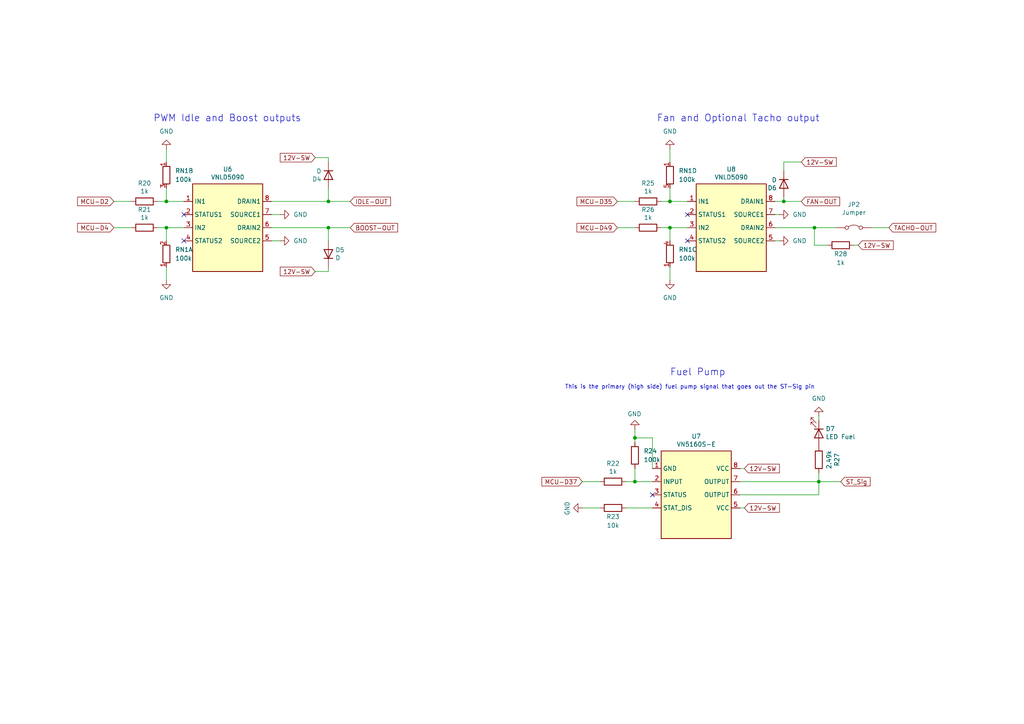
<source format=kicad_sch>
(kicad_sch
	(version 20231120)
	(generator "eeschema")
	(generator_version "8.0")
	(uuid "a07552cb-629e-4d08-83f8-cbc10f33812e")
	(paper "A4")
	(lib_symbols
		(symbol "Device:D"
			(pin_numbers hide)
			(pin_names
				(offset 1.016) hide)
			(exclude_from_sim no)
			(in_bom yes)
			(on_board yes)
			(property "Reference" "D"
				(at 0 2.54 0)
				(effects
					(font
						(size 1.27 1.27)
					)
				)
			)
			(property "Value" "D"
				(at 0 -2.54 0)
				(effects
					(font
						(size 1.27 1.27)
					)
				)
			)
			(property "Footprint" ""
				(at 0 0 0)
				(effects
					(font
						(size 1.27 1.27)
					)
					(hide yes)
				)
			)
			(property "Datasheet" "~"
				(at 0 0 0)
				(effects
					(font
						(size 1.27 1.27)
					)
					(hide yes)
				)
			)
			(property "Description" "Diode"
				(at 0 0 0)
				(effects
					(font
						(size 1.27 1.27)
					)
					(hide yes)
				)
			)
			(property "Sim.Device" "D"
				(at 0 0 0)
				(effects
					(font
						(size 1.27 1.27)
					)
					(hide yes)
				)
			)
			(property "Sim.Pins" "1=K 2=A"
				(at 0 0 0)
				(effects
					(font
						(size 1.27 1.27)
					)
					(hide yes)
				)
			)
			(property "ki_keywords" "diode"
				(at 0 0 0)
				(effects
					(font
						(size 1.27 1.27)
					)
					(hide yes)
				)
			)
			(property "ki_fp_filters" "TO-???* *_Diode_* *SingleDiode* D_*"
				(at 0 0 0)
				(effects
					(font
						(size 1.27 1.27)
					)
					(hide yes)
				)
			)
			(symbol "D_0_1"
				(polyline
					(pts
						(xy -1.27 1.27) (xy -1.27 -1.27)
					)
					(stroke
						(width 0.254)
						(type default)
					)
					(fill
						(type none)
					)
				)
				(polyline
					(pts
						(xy 1.27 0) (xy -1.27 0)
					)
					(stroke
						(width 0)
						(type default)
					)
					(fill
						(type none)
					)
				)
				(polyline
					(pts
						(xy 1.27 1.27) (xy 1.27 -1.27) (xy -1.27 0) (xy 1.27 1.27)
					)
					(stroke
						(width 0.254)
						(type default)
					)
					(fill
						(type none)
					)
				)
			)
			(symbol "D_1_1"
				(pin passive line
					(at -3.81 0 0)
					(length 2.54)
					(name "K"
						(effects
							(font
								(size 1.27 1.27)
							)
						)
					)
					(number "1"
						(effects
							(font
								(size 1.27 1.27)
							)
						)
					)
				)
				(pin passive line
					(at 3.81 0 180)
					(length 2.54)
					(name "A"
						(effects
							(font
								(size 1.27 1.27)
							)
						)
					)
					(number "2"
						(effects
							(font
								(size 1.27 1.27)
							)
						)
					)
				)
			)
		)
		(symbol "Device:LED"
			(pin_numbers hide)
			(pin_names
				(offset 1.016) hide)
			(exclude_from_sim no)
			(in_bom yes)
			(on_board yes)
			(property "Reference" "D"
				(at 0 2.54 0)
				(effects
					(font
						(size 1.27 1.27)
					)
				)
			)
			(property "Value" "LED"
				(at 0 -2.54 0)
				(effects
					(font
						(size 1.27 1.27)
					)
				)
			)
			(property "Footprint" ""
				(at 0 0 0)
				(effects
					(font
						(size 1.27 1.27)
					)
					(hide yes)
				)
			)
			(property "Datasheet" "~"
				(at 0 0 0)
				(effects
					(font
						(size 1.27 1.27)
					)
					(hide yes)
				)
			)
			(property "Description" "Light emitting diode"
				(at 0 0 0)
				(effects
					(font
						(size 1.27 1.27)
					)
					(hide yes)
				)
			)
			(property "ki_keywords" "LED diode"
				(at 0 0 0)
				(effects
					(font
						(size 1.27 1.27)
					)
					(hide yes)
				)
			)
			(property "ki_fp_filters" "LED* LED_SMD:* LED_THT:*"
				(at 0 0 0)
				(effects
					(font
						(size 1.27 1.27)
					)
					(hide yes)
				)
			)
			(symbol "LED_0_1"
				(polyline
					(pts
						(xy -1.27 -1.27) (xy -1.27 1.27)
					)
					(stroke
						(width 0.254)
						(type default)
					)
					(fill
						(type none)
					)
				)
				(polyline
					(pts
						(xy -1.27 0) (xy 1.27 0)
					)
					(stroke
						(width 0)
						(type default)
					)
					(fill
						(type none)
					)
				)
				(polyline
					(pts
						(xy 1.27 -1.27) (xy 1.27 1.27) (xy -1.27 0) (xy 1.27 -1.27)
					)
					(stroke
						(width 0.254)
						(type default)
					)
					(fill
						(type none)
					)
				)
				(polyline
					(pts
						(xy -3.048 -0.762) (xy -4.572 -2.286) (xy -3.81 -2.286) (xy -4.572 -2.286) (xy -4.572 -1.524)
					)
					(stroke
						(width 0)
						(type default)
					)
					(fill
						(type none)
					)
				)
				(polyline
					(pts
						(xy -1.778 -0.762) (xy -3.302 -2.286) (xy -2.54 -2.286) (xy -3.302 -2.286) (xy -3.302 -1.524)
					)
					(stroke
						(width 0)
						(type default)
					)
					(fill
						(type none)
					)
				)
			)
			(symbol "LED_1_1"
				(pin passive line
					(at -3.81 0 0)
					(length 2.54)
					(name "K"
						(effects
							(font
								(size 1.27 1.27)
							)
						)
					)
					(number "1"
						(effects
							(font
								(size 1.27 1.27)
							)
						)
					)
				)
				(pin passive line
					(at 3.81 0 180)
					(length 2.54)
					(name "A"
						(effects
							(font
								(size 1.27 1.27)
							)
						)
					)
					(number "2"
						(effects
							(font
								(size 1.27 1.27)
							)
						)
					)
				)
			)
		)
		(symbol "Device:R"
			(pin_numbers hide)
			(pin_names
				(offset 0)
			)
			(exclude_from_sim no)
			(in_bom yes)
			(on_board yes)
			(property "Reference" "R"
				(at 2.032 0 90)
				(effects
					(font
						(size 1.27 1.27)
					)
				)
			)
			(property "Value" "R"
				(at 0 0 90)
				(effects
					(font
						(size 1.27 1.27)
					)
				)
			)
			(property "Footprint" ""
				(at -1.778 0 90)
				(effects
					(font
						(size 1.27 1.27)
					)
					(hide yes)
				)
			)
			(property "Datasheet" "~"
				(at 0 0 0)
				(effects
					(font
						(size 1.27 1.27)
					)
					(hide yes)
				)
			)
			(property "Description" "Resistor"
				(at 0 0 0)
				(effects
					(font
						(size 1.27 1.27)
					)
					(hide yes)
				)
			)
			(property "ki_keywords" "R res resistor"
				(at 0 0 0)
				(effects
					(font
						(size 1.27 1.27)
					)
					(hide yes)
				)
			)
			(property "ki_fp_filters" "R_*"
				(at 0 0 0)
				(effects
					(font
						(size 1.27 1.27)
					)
					(hide yes)
				)
			)
			(symbol "R_0_1"
				(rectangle
					(start -1.016 -2.54)
					(end 1.016 2.54)
					(stroke
						(width 0.254)
						(type default)
					)
					(fill
						(type none)
					)
				)
			)
			(symbol "R_1_1"
				(pin passive line
					(at 0 3.81 270)
					(length 1.27)
					(name "~"
						(effects
							(font
								(size 1.27 1.27)
							)
						)
					)
					(number "1"
						(effects
							(font
								(size 1.27 1.27)
							)
						)
					)
				)
				(pin passive line
					(at 0 -3.81 90)
					(length 1.27)
					(name "~"
						(effects
							(font
								(size 1.27 1.27)
							)
						)
					)
					(number "2"
						(effects
							(font
								(size 1.27 1.27)
							)
						)
					)
				)
			)
		)
		(symbol "Device:R_Network04_Split"
			(pin_names
				(offset 0) hide)
			(exclude_from_sim no)
			(in_bom yes)
			(on_board yes)
			(property "Reference" "RN"
				(at 2.032 0 90)
				(effects
					(font
						(size 1.27 1.27)
					)
				)
			)
			(property "Value" "R_Network04_Split"
				(at 0 0 90)
				(effects
					(font
						(size 1.27 1.27)
					)
				)
			)
			(property "Footprint" "Resistor_THT:R_Array_SIP5"
				(at -2.032 0 90)
				(effects
					(font
						(size 1.27 1.27)
					)
					(hide yes)
				)
			)
			(property "Datasheet" "http://www.vishay.com/docs/31509/csc.pdf"
				(at 0 0 0)
				(effects
					(font
						(size 1.27 1.27)
					)
					(hide yes)
				)
			)
			(property "Description" "4 resistor network, star topology, bussed resistors, split"
				(at 0 0 0)
				(effects
					(font
						(size 1.27 1.27)
					)
					(hide yes)
				)
			)
			(property "ki_keywords" "R network star-topology"
				(at 0 0 0)
				(effects
					(font
						(size 1.27 1.27)
					)
					(hide yes)
				)
			)
			(property "ki_fp_filters" "R?Array?SIP*"
				(at 0 0 0)
				(effects
					(font
						(size 1.27 1.27)
					)
					(hide yes)
				)
			)
			(symbol "R_Network04_Split_0_1"
				(rectangle
					(start 1.016 2.54)
					(end -1.016 -2.54)
					(stroke
						(width 0.254)
						(type default)
					)
					(fill
						(type none)
					)
				)
				(pin passive line
					(at 0 3.81 270)
					(length 1.27)
					(name "R1"
						(effects
							(font
								(size 1.27 1.27)
							)
						)
					)
					(number "1"
						(effects
							(font
								(size 1.27 1.27)
							)
						)
					)
				)
			)
			(symbol "R_Network04_Split_1_1"
				(pin passive line
					(at 0 -3.81 90)
					(length 1.27)
					(name "R1.2"
						(effects
							(font
								(size 1.27 1.27)
							)
						)
					)
					(number "2"
						(effects
							(font
								(size 1.27 1.27)
							)
						)
					)
				)
			)
			(symbol "R_Network04_Split_2_1"
				(pin passive line
					(at 0 -3.81 90)
					(length 1.27)
					(name "R2.2"
						(effects
							(font
								(size 1.27 1.27)
							)
						)
					)
					(number "3"
						(effects
							(font
								(size 1.27 1.27)
							)
						)
					)
				)
			)
			(symbol "R_Network04_Split_3_1"
				(pin passive line
					(at 0 -3.81 90)
					(length 1.27)
					(name "R3.2"
						(effects
							(font
								(size 1.27 1.27)
							)
						)
					)
					(number "4"
						(effects
							(font
								(size 1.27 1.27)
							)
						)
					)
				)
			)
			(symbol "R_Network04_Split_4_1"
				(pin passive line
					(at 0 -3.81 90)
					(length 1.27)
					(name "R4.2"
						(effects
							(font
								(size 1.27 1.27)
							)
						)
					)
					(number "5"
						(effects
							(font
								(size 1.27 1.27)
							)
						)
					)
				)
			)
		)
		(symbol "Jumper:Jumper_2_Bridged"
			(pin_numbers hide)
			(pin_names
				(offset 0) hide)
			(exclude_from_sim yes)
			(in_bom yes)
			(on_board yes)
			(property "Reference" "JP"
				(at 0 1.905 0)
				(effects
					(font
						(size 1.27 1.27)
					)
				)
			)
			(property "Value" "Jumper_2_Bridged"
				(at 0 -2.54 0)
				(effects
					(font
						(size 1.27 1.27)
					)
				)
			)
			(property "Footprint" ""
				(at 0 0 0)
				(effects
					(font
						(size 1.27 1.27)
					)
					(hide yes)
				)
			)
			(property "Datasheet" "~"
				(at 0 0 0)
				(effects
					(font
						(size 1.27 1.27)
					)
					(hide yes)
				)
			)
			(property "Description" "Jumper, 2-pole, closed/bridged"
				(at 0 0 0)
				(effects
					(font
						(size 1.27 1.27)
					)
					(hide yes)
				)
			)
			(property "ki_keywords" "Jumper SPST"
				(at 0 0 0)
				(effects
					(font
						(size 1.27 1.27)
					)
					(hide yes)
				)
			)
			(property "ki_fp_filters" "Jumper* TestPoint*2Pads* TestPoint*Bridge*"
				(at 0 0 0)
				(effects
					(font
						(size 1.27 1.27)
					)
					(hide yes)
				)
			)
			(symbol "Jumper_2_Bridged_0_0"
				(circle
					(center -2.032 0)
					(radius 0.508)
					(stroke
						(width 0)
						(type default)
					)
					(fill
						(type none)
					)
				)
				(circle
					(center 2.032 0)
					(radius 0.508)
					(stroke
						(width 0)
						(type default)
					)
					(fill
						(type none)
					)
				)
			)
			(symbol "Jumper_2_Bridged_0_1"
				(arc
					(start 1.524 0.254)
					(mid 0 0.762)
					(end -1.524 0.254)
					(stroke
						(width 0)
						(type default)
					)
					(fill
						(type none)
					)
				)
			)
			(symbol "Jumper_2_Bridged_1_1"
				(pin passive line
					(at -5.08 0 0)
					(length 2.54)
					(name "A"
						(effects
							(font
								(size 1.27 1.27)
							)
						)
					)
					(number "1"
						(effects
							(font
								(size 1.27 1.27)
							)
						)
					)
				)
				(pin passive line
					(at 5.08 0 180)
					(length 2.54)
					(name "B"
						(effects
							(font
								(size 1.27 1.27)
							)
						)
					)
					(number "2"
						(effects
							(font
								(size 1.27 1.27)
							)
						)
					)
				)
			)
		)
		(symbol "power:GND"
			(power)
			(pin_numbers hide)
			(pin_names
				(offset 0) hide)
			(exclude_from_sim no)
			(in_bom yes)
			(on_board yes)
			(property "Reference" "#PWR"
				(at 0 -6.35 0)
				(effects
					(font
						(size 1.27 1.27)
					)
					(hide yes)
				)
			)
			(property "Value" "GND"
				(at 0 -3.81 0)
				(effects
					(font
						(size 1.27 1.27)
					)
				)
			)
			(property "Footprint" ""
				(at 0 0 0)
				(effects
					(font
						(size 1.27 1.27)
					)
					(hide yes)
				)
			)
			(property "Datasheet" ""
				(at 0 0 0)
				(effects
					(font
						(size 1.27 1.27)
					)
					(hide yes)
				)
			)
			(property "Description" "Power symbol creates a global label with name \"GND\" , ground"
				(at 0 0 0)
				(effects
					(font
						(size 1.27 1.27)
					)
					(hide yes)
				)
			)
			(property "ki_keywords" "global power"
				(at 0 0 0)
				(effects
					(font
						(size 1.27 1.27)
					)
					(hide yes)
				)
			)
			(symbol "GND_0_1"
				(polyline
					(pts
						(xy 0 0) (xy 0 -1.27) (xy 1.27 -1.27) (xy 0 -2.54) (xy -1.27 -1.27) (xy 0 -1.27)
					)
					(stroke
						(width 0)
						(type default)
					)
					(fill
						(type none)
					)
				)
			)
			(symbol "GND_1_1"
				(pin power_in line
					(at 0 0 270)
					(length 0)
					(name "~"
						(effects
							(font
								(size 1.27 1.27)
							)
						)
					)
					(number "1"
						(effects
							(font
								(size 1.27 1.27)
							)
						)
					)
				)
			)
		)
		(symbol "vn5160s-e-ic_automotive:VN5160S-E-IC_Automotive"
			(exclude_from_sim no)
			(in_bom yes)
			(on_board yes)
			(property "Reference" "U"
				(at -7.62 11.43 0)
				(effects
					(font
						(size 1.27 1.27)
					)
					(justify left)
				)
			)
			(property "Value" "IC_Automotive_VN5160S-E"
				(at 8.89 11.43 0)
				(effects
					(font
						(size 1.27 1.27)
					)
					(justify right)
				)
			)
			(property "Footprint" "Package_SO:SO-8_3.9x4.9mm_P1.27mm"
				(at 5.08 -17.78 0)
				(effects
					(font
						(size 1.27 1.27)
					)
					(hide yes)
				)
			)
			(property "Datasheet" ""
				(at 0 0 0)
				(effects
					(font
						(size 1.27 1.27)
					)
					(hide yes)
				)
			)
			(property "Description" ""
				(at 0 0 0)
				(effects
					(font
						(size 1.27 1.27)
					)
					(hide yes)
				)
			)
			(property "ki_fp_filters" "SOIC*3.9x4.9mm*P1.27mm*"
				(at 0 0 0)
				(effects
					(font
						(size 1.27 1.27)
					)
					(hide yes)
				)
			)
			(symbol "VN5160S-E-IC_Automotive_0_1"
				(rectangle
					(start -7.62 -15.24)
					(end 12.7 10.16)
					(stroke
						(width 0.254)
						(type solid)
					)
					(fill
						(type background)
					)
				)
			)
			(symbol "VN5160S-E-IC_Automotive_1_1"
				(pin input line
					(at -10.16 5.08 0)
					(length 2.54)
					(name "GND"
						(effects
							(font
								(size 1.27 1.27)
							)
						)
					)
					(number "1"
						(effects
							(font
								(size 1.27 1.27)
							)
						)
					)
				)
				(pin input line
					(at -10.16 1.27 0)
					(length 2.54)
					(name "INPUT"
						(effects
							(font
								(size 1.27 1.27)
							)
						)
					)
					(number "2"
						(effects
							(font
								(size 1.27 1.27)
							)
						)
					)
				)
				(pin output line
					(at -10.16 -2.54 0)
					(length 2.54)
					(name "STATUS"
						(effects
							(font
								(size 1.27 1.27)
							)
						)
					)
					(number "3"
						(effects
							(font
								(size 1.27 1.27)
							)
						)
					)
				)
				(pin output line
					(at -10.16 -6.35 0)
					(length 2.54)
					(name "STAT_DIS"
						(effects
							(font
								(size 1.27 1.27)
							)
						)
					)
					(number "4"
						(effects
							(font
								(size 1.27 1.27)
							)
						)
					)
				)
				(pin power_in line
					(at 15.24 -6.35 180)
					(length 2.54)
					(name "VCC"
						(effects
							(font
								(size 1.27 1.27)
							)
						)
					)
					(number "5"
						(effects
							(font
								(size 1.27 1.27)
							)
						)
					)
				)
				(pin output line
					(at 15.24 -2.54 180)
					(length 2.54)
					(name "OUTPUT"
						(effects
							(font
								(size 1.27 1.27)
							)
						)
					)
					(number "6"
						(effects
							(font
								(size 1.27 1.27)
							)
						)
					)
				)
				(pin output line
					(at 15.24 1.27 180)
					(length 2.54)
					(name "OUTPUT"
						(effects
							(font
								(size 1.27 1.27)
							)
						)
					)
					(number "7"
						(effects
							(font
								(size 1.27 1.27)
							)
						)
					)
				)
				(pin power_in line
					(at 15.24 5.08 180)
					(length 2.54)
					(name "VCC"
						(effects
							(font
								(size 1.27 1.27)
							)
						)
					)
					(number "8"
						(effects
							(font
								(size 1.27 1.27)
							)
						)
					)
				)
			)
		)
		(symbol "vnld5090-ic_automotive:VNLD5090-IC_Automotive"
			(exclude_from_sim no)
			(in_bom yes)
			(on_board yes)
			(property "Reference" "U"
				(at -7.62 11.43 0)
				(effects
					(font
						(size 1.27 1.27)
					)
					(justify left)
				)
			)
			(property "Value" "IC_Automotive_VNLD5090"
				(at 12.7 11.43 0)
				(effects
					(font
						(size 1.27 1.27)
					)
					(justify right)
				)
			)
			(property "Footprint" "Package_SO:SO-8_3.9x4.9mm_P1.27mm"
				(at 5.08 -17.78 0)
				(effects
					(font
						(size 1.27 1.27)
					)
					(hide yes)
				)
			)
			(property "Datasheet" ""
				(at 0 0 0)
				(effects
					(font
						(size 1.27 1.27)
					)
					(hide yes)
				)
			)
			(property "Description" ""
				(at 0 0 0)
				(effects
					(font
						(size 1.27 1.27)
					)
					(hide yes)
				)
			)
			(property "ki_fp_filters" "SOIC*3.9x4.9mm*P1.27mm*"
				(at 0 0 0)
				(effects
					(font
						(size 1.27 1.27)
					)
					(hide yes)
				)
			)
			(symbol "VNLD5090-IC_Automotive_0_1"
				(rectangle
					(start -7.62 -15.24)
					(end 12.7 10.16)
					(stroke
						(width 0.254)
						(type solid)
					)
					(fill
						(type background)
					)
				)
			)
			(symbol "VNLD5090-IC_Automotive_1_1"
				(pin input line
					(at -10.16 5.08 0)
					(length 2.54)
					(name "IN1"
						(effects
							(font
								(size 1.27 1.27)
							)
						)
					)
					(number "1"
						(effects
							(font
								(size 1.27 1.27)
							)
						)
					)
				)
				(pin output line
					(at -10.16 1.27 0)
					(length 2.54)
					(name "STATUS1"
						(effects
							(font
								(size 1.27 1.27)
							)
						)
					)
					(number "2"
						(effects
							(font
								(size 1.27 1.27)
							)
						)
					)
				)
				(pin input line
					(at -10.16 -2.54 0)
					(length 2.54)
					(name "IN2"
						(effects
							(font
								(size 1.27 1.27)
							)
						)
					)
					(number "3"
						(effects
							(font
								(size 1.27 1.27)
							)
						)
					)
				)
				(pin output line
					(at -10.16 -6.35 0)
					(length 2.54)
					(name "STATUS2"
						(effects
							(font
								(size 1.27 1.27)
							)
						)
					)
					(number "4"
						(effects
							(font
								(size 1.27 1.27)
							)
						)
					)
				)
				(pin input line
					(at 15.24 -6.35 180)
					(length 2.54)
					(name "SOURCE2"
						(effects
							(font
								(size 1.27 1.27)
							)
						)
					)
					(number "5"
						(effects
							(font
								(size 1.27 1.27)
							)
						)
					)
				)
				(pin output line
					(at 15.24 -2.54 180)
					(length 2.54)
					(name "DRAIN2"
						(effects
							(font
								(size 1.27 1.27)
							)
						)
					)
					(number "6"
						(effects
							(font
								(size 1.27 1.27)
							)
						)
					)
				)
				(pin input line
					(at 15.24 1.27 180)
					(length 2.54)
					(name "SOURCE1"
						(effects
							(font
								(size 1.27 1.27)
							)
						)
					)
					(number "7"
						(effects
							(font
								(size 1.27 1.27)
							)
						)
					)
				)
				(pin output line
					(at 15.24 5.08 180)
					(length 2.54)
					(name "DRAIN1"
						(effects
							(font
								(size 1.27 1.27)
							)
						)
					)
					(number "8"
						(effects
							(font
								(size 1.27 1.27)
							)
						)
					)
				)
			)
		)
	)
	(junction
		(at 194.31 66.04)
		(diameter 0)
		(color 0 0 0 0)
		(uuid "06c8dcb1-b777-4865-adfb-c051ed0e2e86")
	)
	(junction
		(at 48.26 66.04)
		(diameter 0)
		(color 0 0 0 0)
		(uuid "3362bc99-f0f4-4180-818a-23449a21daf0")
	)
	(junction
		(at 95.25 58.42)
		(diameter 0)
		(color 0 0 0 0)
		(uuid "3a39a14b-ee4d-4f20-8f1f-f88a51a120ed")
	)
	(junction
		(at 236.22 66.04)
		(diameter 0)
		(color 0 0 0 0)
		(uuid "4031cb34-5768-45a7-94f7-66afe186eb57")
	)
	(junction
		(at 237.49 139.7)
		(diameter 0)
		(color 0 0 0 0)
		(uuid "5659afa7-4593-4058-8c33-d42fb28c8b21")
	)
	(junction
		(at 227.33 58.42)
		(diameter 0)
		(color 0 0 0 0)
		(uuid "89837ae9-984e-4968-8eb8-1668c719ec20")
	)
	(junction
		(at 184.15 139.7)
		(diameter 0)
		(color 0 0 0 0)
		(uuid "9a5b246c-5cb0-43c7-8dc7-9a92285f1adf")
	)
	(junction
		(at 48.26 58.42)
		(diameter 0)
		(color 0 0 0 0)
		(uuid "af8f6047-69da-46a1-8167-d18b475f80bd")
	)
	(junction
		(at 194.31 58.42)
		(diameter 0)
		(color 0 0 0 0)
		(uuid "cce344cb-02b5-42d0-866e-19f04b22b7e9")
	)
	(junction
		(at 95.25 66.04)
		(diameter 0)
		(color 0 0 0 0)
		(uuid "d5984e76-97ae-48c6-ac9a-778da0fd2da9")
	)
	(junction
		(at 184.15 127)
		(diameter 0)
		(color 0 0 0 0)
		(uuid "e8353152-2c99-4006-95a3-8ebc01b5c2f4")
	)
	(no_connect
		(at 199.39 69.85)
		(uuid "0a37182b-2366-4f52-9b42-7bcdb2dfc5f2")
	)
	(no_connect
		(at 199.39 62.23)
		(uuid "1a2e798d-6235-41a4-923b-fd4ccd384e47")
	)
	(no_connect
		(at 53.34 69.85)
		(uuid "1b16b604-3f2f-4bb5-ab1a-bd3adf46d412")
	)
	(no_connect
		(at 189.23 143.51)
		(uuid "beb9b495-9550-421b-86f5-fafd61ab6b76")
	)
	(no_connect
		(at 53.34 62.23)
		(uuid "d77332ac-c43d-4bb4-add7-ee9df1cdd289")
	)
	(wire
		(pts
			(xy 91.44 45.72) (xy 95.25 45.72)
		)
		(stroke
			(width 0)
			(type default)
		)
		(uuid "020f5458-b33d-43c6-941d-eb5d5c88745b")
	)
	(wire
		(pts
			(xy 48.26 54.61) (xy 48.26 58.42)
		)
		(stroke
			(width 0)
			(type default)
		)
		(uuid "054e2c62-f02d-49ba-a932-fcd9428d1254")
	)
	(wire
		(pts
			(xy 78.74 66.04) (xy 95.25 66.04)
		)
		(stroke
			(width 0)
			(type default)
		)
		(uuid "062b6673-5ce6-44bb-bc54-3c1e7ef88bdc")
	)
	(wire
		(pts
			(xy 215.9 135.89) (xy 214.63 135.89)
		)
		(stroke
			(width 0)
			(type default)
		)
		(uuid "08a39712-eb2f-40a8-827e-2af8343181f2")
	)
	(wire
		(pts
			(xy 95.25 58.42) (xy 78.74 58.42)
		)
		(stroke
			(width 0)
			(type default)
		)
		(uuid "0b705e51-baef-4a6b-af88-3e85dcb3cebc")
	)
	(wire
		(pts
			(xy 173.99 139.7) (xy 168.91 139.7)
		)
		(stroke
			(width 0)
			(type default)
		)
		(uuid "0d14cc40-64c5-43ff-bba5-0070c4b5916d")
	)
	(wire
		(pts
			(xy 95.25 78.74) (xy 91.44 78.74)
		)
		(stroke
			(width 0)
			(type default)
		)
		(uuid "0df03d91-7274-4f38-a468-9ec5e47d4348")
	)
	(wire
		(pts
			(xy 226.06 69.85) (xy 224.79 69.85)
		)
		(stroke
			(width 0)
			(type default)
		)
		(uuid "1120fcb8-1f71-4845-bda5-01637c5685c0")
	)
	(wire
		(pts
			(xy 214.63 143.51) (xy 237.49 143.51)
		)
		(stroke
			(width 0)
			(type default)
		)
		(uuid "12a69775-9185-46a0-92ec-0e02429f02e2")
	)
	(wire
		(pts
			(xy 240.03 71.12) (xy 236.22 71.12)
		)
		(stroke
			(width 0)
			(type default)
		)
		(uuid "28a50867-0253-47ae-9301-bcb790dd23e3")
	)
	(wire
		(pts
			(xy 33.02 66.04) (xy 38.1 66.04)
		)
		(stroke
			(width 0)
			(type default)
		)
		(uuid "2d6a8d8a-375f-45b3-830b-f116d61d0884")
	)
	(wire
		(pts
			(xy 184.15 135.89) (xy 184.15 139.7)
		)
		(stroke
			(width 0)
			(type default)
		)
		(uuid "2eed7944-2f53-49ed-aea8-10b0b8650681")
	)
	(wire
		(pts
			(xy 95.25 77.47) (xy 95.25 78.74)
		)
		(stroke
			(width 0)
			(type default)
		)
		(uuid "31e6aede-79c9-4a64-b8bc-89e39174369b")
	)
	(wire
		(pts
			(xy 101.6 58.42) (xy 95.25 58.42)
		)
		(stroke
			(width 0)
			(type default)
		)
		(uuid "343e901d-4666-4733-8110-030dcf016f93")
	)
	(wire
		(pts
			(xy 236.22 71.12) (xy 236.22 66.04)
		)
		(stroke
			(width 0)
			(type default)
		)
		(uuid "381ab273-4469-4efa-a4e2-df79ad9936ae")
	)
	(wire
		(pts
			(xy 181.61 139.7) (xy 184.15 139.7)
		)
		(stroke
			(width 0)
			(type default)
		)
		(uuid "384b8c1c-c21b-4d50-98c7-603fd9b1b80c")
	)
	(wire
		(pts
			(xy 173.99 147.32) (xy 168.91 147.32)
		)
		(stroke
			(width 0)
			(type default)
		)
		(uuid "42dedfbf-2678-4e4b-ad42-ac1437d7b09d")
	)
	(wire
		(pts
			(xy 227.33 46.99) (xy 227.33 49.53)
		)
		(stroke
			(width 0)
			(type default)
		)
		(uuid "44ccbaf5-1a86-42ff-bc25-8902e9f5621c")
	)
	(wire
		(pts
			(xy 194.31 46.99) (xy 194.31 43.18)
		)
		(stroke
			(width 0)
			(type default)
		)
		(uuid "44e4e2d5-7345-4206-bc0f-b467571f8409")
	)
	(wire
		(pts
			(xy 48.26 77.47) (xy 48.26 81.28)
		)
		(stroke
			(width 0)
			(type default)
		)
		(uuid "467ac438-b6a1-468e-b041-75896a12f4b1")
	)
	(wire
		(pts
			(xy 224.79 62.23) (xy 226.06 62.23)
		)
		(stroke
			(width 0)
			(type default)
		)
		(uuid "572e010c-c759-4674-aac8-4c491f6a3d5d")
	)
	(wire
		(pts
			(xy 38.1 58.42) (xy 33.02 58.42)
		)
		(stroke
			(width 0)
			(type default)
		)
		(uuid "5bd173a9-260a-4ea0-837e-420a5eea383c")
	)
	(wire
		(pts
			(xy 184.15 58.42) (xy 179.07 58.42)
		)
		(stroke
			(width 0)
			(type default)
		)
		(uuid "5e547eca-0118-49df-81c3-0c7d3ac404d5")
	)
	(wire
		(pts
			(xy 214.63 139.7) (xy 237.49 139.7)
		)
		(stroke
			(width 0)
			(type default)
		)
		(uuid "68e87543-bfbc-4f02-a61b-d488bb900245")
	)
	(wire
		(pts
			(xy 191.77 66.04) (xy 194.31 66.04)
		)
		(stroke
			(width 0)
			(type default)
		)
		(uuid "6a80db11-a355-40c3-b99c-eda0f4311ee5")
	)
	(wire
		(pts
			(xy 237.49 139.7) (xy 237.49 143.51)
		)
		(stroke
			(width 0)
			(type default)
		)
		(uuid "6c902536-6e9a-46e7-a4ce-6d3472c04bef")
	)
	(wire
		(pts
			(xy 237.49 120.65) (xy 237.49 121.92)
		)
		(stroke
			(width 0)
			(type default)
		)
		(uuid "6dc83eca-4466-470f-90a1-4ddb79fe687a")
	)
	(wire
		(pts
			(xy 227.33 46.99) (xy 232.41 46.99)
		)
		(stroke
			(width 0)
			(type default)
		)
		(uuid "6e79837b-1519-44c8-960e-04d664fc8ad4")
	)
	(wire
		(pts
			(xy 243.84 139.7) (xy 237.49 139.7)
		)
		(stroke
			(width 0)
			(type default)
		)
		(uuid "710a5121-f760-4c6a-bee1-eb1e9a0140ad")
	)
	(wire
		(pts
			(xy 227.33 57.15) (xy 227.33 58.42)
		)
		(stroke
			(width 0)
			(type default)
		)
		(uuid "71a0ca75-f08c-4035-9a4a-8391f782a16f")
	)
	(wire
		(pts
			(xy 48.26 69.85) (xy 48.26 66.04)
		)
		(stroke
			(width 0)
			(type default)
		)
		(uuid "76b07453-27b5-45f6-bdd1-15c6d2c25f62")
	)
	(wire
		(pts
			(xy 95.25 54.61) (xy 95.25 58.42)
		)
		(stroke
			(width 0)
			(type default)
		)
		(uuid "7f15400c-87d4-4945-9ee9-a88315ffbce7")
	)
	(wire
		(pts
			(xy 189.23 127) (xy 184.15 127)
		)
		(stroke
			(width 0)
			(type default)
		)
		(uuid "8334cc81-9bf1-4958-a6d6-80f0bba7afe7")
	)
	(wire
		(pts
			(xy 95.25 66.04) (xy 95.25 69.85)
		)
		(stroke
			(width 0)
			(type default)
		)
		(uuid "84b515e1-a0a5-4b12-ac4f-829b59233a63")
	)
	(wire
		(pts
			(xy 81.28 69.85) (xy 78.74 69.85)
		)
		(stroke
			(width 0)
			(type default)
		)
		(uuid "8651e30a-6a95-4ede-9c2b-2b43ed054342")
	)
	(wire
		(pts
			(xy 48.26 58.42) (xy 53.34 58.42)
		)
		(stroke
			(width 0)
			(type default)
		)
		(uuid "8c83c38c-84de-4b0d-b4e5-39364c7df52b")
	)
	(wire
		(pts
			(xy 215.9 147.32) (xy 214.63 147.32)
		)
		(stroke
			(width 0)
			(type default)
		)
		(uuid "8ce1fab0-b3e7-4ae3-a211-4d684c352f11")
	)
	(wire
		(pts
			(xy 184.15 139.7) (xy 189.23 139.7)
		)
		(stroke
			(width 0)
			(type default)
		)
		(uuid "8e735162-2870-499b-899f-729472018a52")
	)
	(wire
		(pts
			(xy 95.25 66.04) (xy 101.6 66.04)
		)
		(stroke
			(width 0)
			(type default)
		)
		(uuid "8ed0db72-0afa-4ab0-81f7-118f5a913903")
	)
	(wire
		(pts
			(xy 194.31 69.85) (xy 194.31 66.04)
		)
		(stroke
			(width 0)
			(type default)
		)
		(uuid "91ba8e2f-64a3-4f0e-8034-9e2503b0d182")
	)
	(wire
		(pts
			(xy 189.23 135.89) (xy 189.23 127)
		)
		(stroke
			(width 0)
			(type default)
		)
		(uuid "94b93f35-b3dc-485b-82fb-385ac4f4b8ba")
	)
	(wire
		(pts
			(xy 248.92 71.12) (xy 247.65 71.12)
		)
		(stroke
			(width 0)
			(type default)
		)
		(uuid "9675d676-8d36-47a1-8c3e-77dea82d3a39")
	)
	(wire
		(pts
			(xy 194.31 77.47) (xy 194.31 81.28)
		)
		(stroke
			(width 0)
			(type default)
		)
		(uuid "9821e026-934f-45d7-9a8c-4b4cf7c41e27")
	)
	(wire
		(pts
			(xy 194.31 58.42) (xy 199.39 58.42)
		)
		(stroke
			(width 0)
			(type default)
		)
		(uuid "9b507f91-5296-4a0f-bed2-875f8b7ff6ce")
	)
	(wire
		(pts
			(xy 45.72 66.04) (xy 48.26 66.04)
		)
		(stroke
			(width 0)
			(type default)
		)
		(uuid "9c72d5c0-6662-42a5-8c5f-ff340435fbe2")
	)
	(wire
		(pts
			(xy 224.79 66.04) (xy 236.22 66.04)
		)
		(stroke
			(width 0)
			(type default)
		)
		(uuid "a50eae24-d1fb-412d-b251-3eb93eb16469")
	)
	(wire
		(pts
			(xy 194.31 54.61) (xy 194.31 58.42)
		)
		(stroke
			(width 0)
			(type default)
		)
		(uuid "ae958160-80d7-454b-869d-26437e576b5f")
	)
	(wire
		(pts
			(xy 48.26 66.04) (xy 53.34 66.04)
		)
		(stroke
			(width 0)
			(type default)
		)
		(uuid "b2e69329-6d47-4e23-8d2d-8c429ea75796")
	)
	(wire
		(pts
			(xy 252.73 66.04) (xy 257.81 66.04)
		)
		(stroke
			(width 0)
			(type default)
		)
		(uuid "b3263291-e50a-4387-b850-ad2d9f231012")
	)
	(wire
		(pts
			(xy 78.74 62.23) (xy 81.28 62.23)
		)
		(stroke
			(width 0)
			(type default)
		)
		(uuid "b5a3cdd7-6a14-4504-ad90-9f5d6584876d")
	)
	(wire
		(pts
			(xy 181.61 147.32) (xy 189.23 147.32)
		)
		(stroke
			(width 0)
			(type default)
		)
		(uuid "b6911382-0660-4877-b3a6-926ef3d23541")
	)
	(wire
		(pts
			(xy 95.25 45.72) (xy 95.25 46.99)
		)
		(stroke
			(width 0)
			(type default)
		)
		(uuid "b944b411-6682-44eb-b520-ff10538476e9")
	)
	(wire
		(pts
			(xy 224.79 58.42) (xy 227.33 58.42)
		)
		(stroke
			(width 0)
			(type default)
		)
		(uuid "bd5ab930-5b84-4469-9e74-26b611745d2a")
	)
	(wire
		(pts
			(xy 194.31 66.04) (xy 199.39 66.04)
		)
		(stroke
			(width 0)
			(type default)
		)
		(uuid "c51244ac-14fa-439c-b685-eec7ae0e588b")
	)
	(wire
		(pts
			(xy 179.07 66.04) (xy 184.15 66.04)
		)
		(stroke
			(width 0)
			(type default)
		)
		(uuid "ca0a27b5-6f9a-46d5-a111-05c398959a0e")
	)
	(wire
		(pts
			(xy 237.49 137.16) (xy 237.49 139.7)
		)
		(stroke
			(width 0)
			(type default)
		)
		(uuid "ce3f2719-2b76-41be-aed2-cd25043b6a69")
	)
	(wire
		(pts
			(xy 184.15 128.27) (xy 184.15 127)
		)
		(stroke
			(width 0)
			(type default)
		)
		(uuid "d00542c4-98b0-4cb1-ba24-9b3b2abd643f")
	)
	(wire
		(pts
			(xy 45.72 58.42) (xy 48.26 58.42)
		)
		(stroke
			(width 0)
			(type default)
		)
		(uuid "d7e2c47f-c867-4317-817c-8a94bd7a1684")
	)
	(wire
		(pts
			(xy 184.15 127) (xy 184.15 124.46)
		)
		(stroke
			(width 0)
			(type default)
		)
		(uuid "e2b8f3af-3983-41d3-b0dd-0e419cb1490e")
	)
	(wire
		(pts
			(xy 236.22 66.04) (xy 242.57 66.04)
		)
		(stroke
			(width 0)
			(type default)
		)
		(uuid "e32ee44e-8a68-4ed3-9b5a-38f0dd4948c9")
	)
	(wire
		(pts
			(xy 227.33 58.42) (xy 232.41 58.42)
		)
		(stroke
			(width 0)
			(type default)
		)
		(uuid "ecc98140-6788-4577-84a0-ca46bde08112")
	)
	(wire
		(pts
			(xy 48.26 46.99) (xy 48.26 43.18)
		)
		(stroke
			(width 0)
			(type default)
		)
		(uuid "ef717492-34bd-4689-91b6-9fdd2a44abd1")
	)
	(wire
		(pts
			(xy 191.77 58.42) (xy 194.31 58.42)
		)
		(stroke
			(width 0)
			(type default)
		)
		(uuid "f47f1656-967f-4c17-96ca-e72e70d8ea06")
	)
	(text "Fan and Optional Tacho output"
		(exclude_from_sim no)
		(at 190.5 35.56 0)
		(effects
			(font
				(size 1.9812 1.9812)
			)
			(justify left bottom)
		)
		(uuid "65e5a23a-4b21-4a0e-85bb-bcd7f573377e")
	)
	(text "PWM Idle and Boost outputs"
		(exclude_from_sim no)
		(at 44.45 35.56 0)
		(effects
			(font
				(size 1.9812 1.9812)
			)
			(justify left bottom)
		)
		(uuid "6a2d2092-518f-431a-95b1-a340dd30c5ed")
	)
	(text "This is the primary (high side) fuel pump signal that goes out the ST-Sig pin"
		(exclude_from_sim no)
		(at 163.83 113.03 0)
		(effects
			(font
				(size 1.1938 1.1938)
			)
			(justify left bottom)
		)
		(uuid "6bc6cbc0-d0fa-40eb-bc82-f412ee9235f7")
	)
	(text "Fuel Pump"
		(exclude_from_sim no)
		(at 194.31 109.22 0)
		(effects
			(font
				(size 1.9812 1.9812)
			)
			(justify left bottom)
		)
		(uuid "eedfd1ed-1c45-4425-ac51-bdf8b1aef04e")
	)
	(global_label "12V-SW"
		(shape input)
		(at 248.92 71.12 0)
		(effects
			(font
				(size 1.27 1.27)
			)
			(justify left)
		)
		(uuid "038b624a-9947-427e-ac37-df17f6cb250e")
		(property "Intersheetrefs" "${INTERSHEET_REFS}"
			(at 248.92 71.12 0)
			(effects
				(font
					(size 1.27 1.27)
				)
				(hide yes)
			)
		)
	)
	(global_label "FAN-OUT"
		(shape input)
		(at 232.41 58.42 0)
		(effects
			(font
				(size 1.27 1.27)
			)
			(justify left)
		)
		(uuid "2fe9ee52-b2e1-4bbd-97fa-6bd71c20d90d")
		(property "Intersheetrefs" "${INTERSHEET_REFS}"
			(at 232.41 58.42 0)
			(effects
				(font
					(size 1.27 1.27)
				)
				(hide yes)
			)
		)
	)
	(global_label "12V-SW"
		(shape input)
		(at 215.9 147.32 0)
		(effects
			(font
				(size 1.27 1.27)
			)
			(justify left)
		)
		(uuid "3322034b-27a8-4bce-970f-90fec0dfa8a3")
		(property "Intersheetrefs" "${INTERSHEET_REFS}"
			(at 215.9 147.32 0)
			(effects
				(font
					(size 1.27 1.27)
				)
				(hide yes)
			)
		)
	)
	(global_label "MCU-D4"
		(shape input)
		(at 33.02 66.04 180)
		(effects
			(font
				(size 1.27 1.27)
			)
			(justify right)
		)
		(uuid "3f8def75-681f-4c11-99e4-f0a9f5568c3b")
		(property "Intersheetrefs" "${INTERSHEET_REFS}"
			(at 33.02 66.04 0)
			(effects
				(font
					(size 1.27 1.27)
				)
				(hide yes)
			)
		)
	)
	(global_label "MCU-D35"
		(shape input)
		(at 179.07 58.42 180)
		(effects
			(font
				(size 1.27 1.27)
			)
			(justify right)
		)
		(uuid "4f28b917-1831-4a7c-a41b-1990a4a223b0")
		(property "Intersheetrefs" "${INTERSHEET_REFS}"
			(at 179.07 58.42 0)
			(effects
				(font
					(size 1.27 1.27)
				)
				(hide yes)
			)
		)
	)
	(global_label "12V-SW"
		(shape input)
		(at 232.41 46.99 0)
		(effects
			(font
				(size 1.27 1.27)
			)
			(justify left)
		)
		(uuid "79f40d93-dc4a-4369-9e11-b44c3fe627ae")
		(property "Intersheetrefs" "${INTERSHEET_REFS}"
			(at 232.41 46.99 0)
			(effects
				(font
					(size 1.27 1.27)
				)
				(hide yes)
			)
		)
	)
	(global_label "TACHO-OUT"
		(shape input)
		(at 257.81 66.04 0)
		(effects
			(font
				(size 1.27 1.27)
			)
			(justify left)
		)
		(uuid "88fbc3b8-7446-45cc-9b5d-ca053f79934a")
		(property "Intersheetrefs" "${INTERSHEET_REFS}"
			(at 257.81 66.04 0)
			(effects
				(font
					(size 1.27 1.27)
				)
				(hide yes)
			)
		)
	)
	(global_label "IDLE-OUT"
		(shape input)
		(at 101.6 58.42 0)
		(effects
			(font
				(size 1.27 1.27)
			)
			(justify left)
		)
		(uuid "89cf502f-45ab-46a6-b9a9-6122991f81de")
		(property "Intersheetrefs" "${INTERSHEET_REFS}"
			(at 101.6 58.42 0)
			(effects
				(font
					(size 1.27 1.27)
				)
				(hide yes)
			)
		)
	)
	(global_label "12V-SW"
		(shape input)
		(at 91.44 78.74 180)
		(effects
			(font
				(size 1.27 1.27)
			)
			(justify right)
		)
		(uuid "a04146e0-2629-42cd-bfe8-6c4acedc410a")
		(property "Intersheetrefs" "${INTERSHEET_REFS}"
			(at 91.44 78.74 0)
			(effects
				(font
					(size 1.27 1.27)
				)
				(hide yes)
			)
		)
	)
	(global_label "MCU-D2"
		(shape input)
		(at 33.02 58.42 180)
		(effects
			(font
				(size 1.27 1.27)
			)
			(justify right)
		)
		(uuid "a33591fe-6824-4e0e-8092-fe355ed5cbc2")
		(property "Intersheetrefs" "${INTERSHEET_REFS}"
			(at 33.02 58.42 0)
			(effects
				(font
					(size 1.27 1.27)
				)
				(hide yes)
			)
		)
	)
	(global_label "MCU-D37"
		(shape input)
		(at 168.91 139.7 180)
		(effects
			(font
				(size 1.27 1.27)
			)
			(justify right)
		)
		(uuid "b8a08bdb-deee-4df3-b476-095b0c7fa185")
		(property "Intersheetrefs" "${INTERSHEET_REFS}"
			(at 168.91 139.7 0)
			(effects
				(font
					(size 1.27 1.27)
				)
				(hide yes)
			)
		)
	)
	(global_label "BOOST-OUT"
		(shape input)
		(at 101.6 66.04 0)
		(effects
			(font
				(size 1.27 1.27)
			)
			(justify left)
		)
		(uuid "ba5d87a8-c269-4d4f-a146-442b8dead980")
		(property "Intersheetrefs" "${INTERSHEET_REFS}"
			(at 101.6 66.04 0)
			(effects
				(font
					(size 1.27 1.27)
				)
				(hide yes)
			)
		)
	)
	(global_label "12V-SW"
		(shape input)
		(at 91.44 45.72 180)
		(effects
			(font
				(size 1.27 1.27)
			)
			(justify right)
		)
		(uuid "be1c1ba6-5059-4d9f-9b11-1a772ed97821")
		(property "Intersheetrefs" "${INTERSHEET_REFS}"
			(at 91.44 45.72 0)
			(effects
				(font
					(size 1.27 1.27)
				)
				(hide yes)
			)
		)
	)
	(global_label "12V-SW"
		(shape input)
		(at 215.9 135.89 0)
		(effects
			(font
				(size 1.27 1.27)
			)
			(justify left)
		)
		(uuid "c6431d3c-c61a-4907-abb9-5f2e62c362f5")
		(property "Intersheetrefs" "${INTERSHEET_REFS}"
			(at 215.9 135.89 0)
			(effects
				(font
					(size 1.27 1.27)
				)
				(hide yes)
			)
		)
	)
	(global_label "MCU-D49"
		(shape input)
		(at 179.07 66.04 180)
		(effects
			(font
				(size 1.27 1.27)
			)
			(justify right)
		)
		(uuid "c728540a-7295-4224-8237-4458f0cdc50c")
		(property "Intersheetrefs" "${INTERSHEET_REFS}"
			(at 179.07 66.04 0)
			(effects
				(font
					(size 1.27 1.27)
				)
				(hide yes)
			)
		)
	)
	(global_label "ST_Sig"
		(shape input)
		(at 243.84 139.7 0)
		(effects
			(font
				(size 1.27 1.27)
			)
			(justify left)
		)
		(uuid "fdc9a4ce-cb84-4476-a165-e97c39b45dbb")
		(property "Intersheetrefs" "${INTERSHEET_REFS}"
			(at 243.84 139.7 0)
			(effects
				(font
					(size 1.27 1.27)
				)
				(hide yes)
			)
		)
	)
	(symbol
		(lib_id "power:GND")
		(at 184.15 124.46 180)
		(unit 1)
		(exclude_from_sim no)
		(in_bom yes)
		(on_board yes)
		(dnp no)
		(uuid "0586ae1c-62b9-4bfb-86cd-14ced3e7ce12")
		(property "Reference" "#PWR042"
			(at 184.15 118.11 0)
			(effects
				(font
					(size 1.27 1.27)
				)
				(hide yes)
			)
		)
		(property "Value" "GND"
			(at 184.023 120.0658 0)
			(effects
				(font
					(size 1.27 1.27)
				)
			)
		)
		(property "Footprint" ""
			(at 184.15 124.46 0)
			(effects
				(font
					(size 1.27 1.27)
				)
				(hide yes)
			)
		)
		(property "Datasheet" ""
			(at 184.15 124.46 0)
			(effects
				(font
					(size 1.27 1.27)
				)
				(hide yes)
			)
		)
		(property "Description" "Power symbol creates a global label with name \"GND\" , ground"
			(at 184.15 124.46 0)
			(effects
				(font
					(size 1.27 1.27)
				)
				(hide yes)
			)
		)
		(pin "1"
			(uuid "4eaf2c81-4ebc-4d6d-a82f-0872d9141b93")
		)
		(instances
			(project "miatuino"
				(path "/329447bb-9635-4655-82bd-882420dc65dc/592f270f-5adc-4578-8edd-7aea398ed6db"
					(reference "#PWR042")
					(unit 1)
				)
			)
		)
	)
	(symbol
		(lib_id "Device:R")
		(at 177.8 139.7 270)
		(unit 1)
		(exclude_from_sim no)
		(in_bom yes)
		(on_board yes)
		(dnp no)
		(uuid "0de0b477-fd4d-41c7-8fb3-e08307c7e6d6")
		(property "Reference" "R22"
			(at 177.8 134.4422 90)
			(effects
				(font
					(size 1.27 1.27)
				)
			)
		)
		(property "Value" "1k"
			(at 177.8 136.7536 90)
			(effects
				(font
					(size 1.27 1.27)
				)
			)
		)
		(property "Footprint" "Resistor_THT:R_Axial_DIN0207_L6.3mm_D2.5mm_P7.62mm_Horizontal"
			(at 177.8 137.922 90)
			(effects
				(font
					(size 1.27 1.27)
				)
				(hide yes)
			)
		)
		(property "Datasheet" "~"
			(at 177.8 139.7 0)
			(effects
				(font
					(size 1.27 1.27)
				)
				(hide yes)
			)
		)
		(property "Description" ""
			(at 177.8 139.7 0)
			(effects
				(font
					(size 1.27 1.27)
				)
				(hide yes)
			)
		)
		(property "Manufacturer_Name" "Yageo"
			(at 134.62 -50.8 0)
			(effects
				(font
					(size 1.27 1.27)
				)
				(hide yes)
			)
		)
		(property "Manufacturer_Part_Number" "RC0805FR-071KL"
			(at 134.62 -50.8 0)
			(effects
				(font
					(size 1.27 1.27)
				)
				(hide yes)
			)
		)
		(property "URL" "https://www.digikey.com/product-detail/en/yageo/RC0805FR-071KL/311-1.00KCRCT-ND/730391"
			(at 134.62 -50.8 0)
			(effects
				(font
					(size 1.27 1.27)
				)
				(hide yes)
			)
		)
		(property "Digikey Part Number" "311-1.00KCRCT-ND"
			(at 134.62 -50.8 0)
			(effects
				(font
					(size 1.27 1.27)
				)
				(hide yes)
			)
		)
		(pin "1"
			(uuid "b52d8460-8799-4846-a4ac-5ccbefe9283c")
		)
		(pin "2"
			(uuid "ca6d1ec2-738d-43f6-a4d2-5192267e25d5")
		)
		(instances
			(project "miatuino"
				(path "/329447bb-9635-4655-82bd-882420dc65dc/592f270f-5adc-4578-8edd-7aea398ed6db"
					(reference "R22")
					(unit 1)
				)
			)
		)
	)
	(symbol
		(lib_id "Device:R")
		(at 184.15 132.08 0)
		(unit 1)
		(exclude_from_sim no)
		(in_bom yes)
		(on_board yes)
		(dnp no)
		(fields_autoplaced yes)
		(uuid "16de64c0-bcc6-4689-81cc-7c723733fca4")
		(property "Reference" "R24"
			(at 186.69 130.8099 0)
			(effects
				(font
					(size 1.27 1.27)
				)
				(justify left)
			)
		)
		(property "Value" "100k"
			(at 186.69 133.3499 0)
			(effects
				(font
					(size 1.27 1.27)
				)
				(justify left)
			)
		)
		(property "Footprint" "Resistor_THT:R_Axial_DIN0207_L6.3mm_D2.5mm_P7.62mm_Horizontal"
			(at 182.372 132.08 90)
			(effects
				(font
					(size 1.27 1.27)
				)
				(hide yes)
			)
		)
		(property "Datasheet" "~"
			(at 184.15 132.08 0)
			(effects
				(font
					(size 1.27 1.27)
				)
				(hide yes)
			)
		)
		(property "Description" "Resistor"
			(at 184.15 132.08 0)
			(effects
				(font
					(size 1.27 1.27)
				)
				(hide yes)
			)
		)
		(pin "1"
			(uuid "2e45a4e1-e4c4-40e8-b9c3-63c13c94e3d5")
		)
		(pin "2"
			(uuid "88424de3-55a4-4a04-b16d-31cb72205531")
		)
		(instances
			(project "miatuino"
				(path "/329447bb-9635-4655-82bd-882420dc65dc/592f270f-5adc-4578-8edd-7aea398ed6db"
					(reference "R24")
					(unit 1)
				)
			)
		)
	)
	(symbol
		(lib_id "Device:R_Network04_Split")
		(at 194.31 73.66 180)
		(unit 3)
		(exclude_from_sim no)
		(in_bom yes)
		(on_board yes)
		(dnp no)
		(fields_autoplaced yes)
		(uuid "1cc73c00-c05a-4248-9ba5-e3b80dd5dc4d")
		(property "Reference" "RN1"
			(at 196.85 72.3899 0)
			(effects
				(font
					(size 1.27 1.27)
				)
				(justify right)
			)
		)
		(property "Value" "100k"
			(at 196.85 74.9299 0)
			(effects
				(font
					(size 1.27 1.27)
				)
				(justify right)
			)
		)
		(property "Footprint" "Resistor_THT:R_Array_SIP5"
			(at 196.342 73.66 90)
			(effects
				(font
					(size 1.27 1.27)
				)
				(hide yes)
			)
		)
		(property "Datasheet" "http://www.vishay.com/docs/31509/csc.pdf"
			(at 194.31 73.66 0)
			(effects
				(font
					(size 1.27 1.27)
				)
				(hide yes)
			)
		)
		(property "Description" "4 resistor network, star topology, bussed resistors, split"
			(at 194.31 73.66 0)
			(effects
				(font
					(size 1.27 1.27)
				)
				(hide yes)
			)
		)
		(pin "2"
			(uuid "c0767ea9-143b-42ee-ac3e-04a27e4cd6bb")
		)
		(pin "5"
			(uuid "cef1709b-75ad-4e13-8cb2-d2ed45d6f103")
		)
		(pin "1"
			(uuid "1ceef51a-8679-4684-ac1e-bdcd65878a4e")
		)
		(pin "4"
			(uuid "623b3429-a5d5-4d59-9241-808a00abff84")
		)
		(pin "3"
			(uuid "a24727b9-f5ae-4f6d-b757-3205956f8632")
		)
		(instances
			(project "miatuino"
				(path "/329447bb-9635-4655-82bd-882420dc65dc/592f270f-5adc-4578-8edd-7aea398ed6db"
					(reference "RN1")
					(unit 3)
				)
			)
		)
	)
	(symbol
		(lib_id "power:GND")
		(at 237.49 120.65 180)
		(unit 1)
		(exclude_from_sim no)
		(in_bom yes)
		(on_board yes)
		(dnp no)
		(fields_autoplaced yes)
		(uuid "1dac2b2a-616b-44e3-bd30-1603dca27e6a")
		(property "Reference" "#PWR047"
			(at 237.49 114.3 0)
			(effects
				(font
					(size 1.27 1.27)
				)
				(hide yes)
			)
		)
		(property "Value" "GND"
			(at 237.49 115.57 0)
			(effects
				(font
					(size 1.27 1.27)
				)
			)
		)
		(property "Footprint" ""
			(at 237.49 120.65 0)
			(effects
				(font
					(size 1.27 1.27)
				)
				(hide yes)
			)
		)
		(property "Datasheet" ""
			(at 237.49 120.65 0)
			(effects
				(font
					(size 1.27 1.27)
				)
				(hide yes)
			)
		)
		(property "Description" "Power symbol creates a global label with name \"GND\" , ground"
			(at 237.49 120.65 0)
			(effects
				(font
					(size 1.27 1.27)
				)
				(hide yes)
			)
		)
		(pin "1"
			(uuid "00d2fdd3-fbb9-413f-a251-22777ad2b916")
		)
		(instances
			(project "miatuino"
				(path "/329447bb-9635-4655-82bd-882420dc65dc/592f270f-5adc-4578-8edd-7aea398ed6db"
					(reference "#PWR047")
					(unit 1)
				)
			)
		)
	)
	(symbol
		(lib_id "Device:R")
		(at 187.96 66.04 270)
		(unit 1)
		(exclude_from_sim no)
		(in_bom yes)
		(on_board yes)
		(dnp no)
		(uuid "3269975f-09b1-4f81-90bc-d048144b87b2")
		(property "Reference" "R26"
			(at 187.96 60.7822 90)
			(effects
				(font
					(size 1.27 1.27)
				)
			)
		)
		(property "Value" "1k"
			(at 187.96 63.0936 90)
			(effects
				(font
					(size 1.27 1.27)
				)
			)
		)
		(property "Footprint" "Resistor_THT:R_Axial_DIN0207_L6.3mm_D2.5mm_P7.62mm_Horizontal"
			(at 187.96 64.262 90)
			(effects
				(font
					(size 1.27 1.27)
				)
				(hide yes)
			)
		)
		(property "Datasheet" "~"
			(at 187.96 66.04 0)
			(effects
				(font
					(size 1.27 1.27)
				)
				(hide yes)
			)
		)
		(property "Description" ""
			(at 187.96 66.04 0)
			(effects
				(font
					(size 1.27 1.27)
				)
				(hide yes)
			)
		)
		(property "Manufacturer_Name" "Yageo"
			(at 137.16 -124.46 0)
			(effects
				(font
					(size 1.27 1.27)
				)
				(hide yes)
			)
		)
		(property "Manufacturer_Part_Number" "RC0805FR-071KL"
			(at 137.16 -124.46 0)
			(effects
				(font
					(size 1.27 1.27)
				)
				(hide yes)
			)
		)
		(property "URL" "https://www.digikey.com/product-detail/en/yageo/RC0805FR-071KL/311-1.00KCRCT-ND/730391"
			(at 137.16 -124.46 0)
			(effects
				(font
					(size 1.27 1.27)
				)
				(hide yes)
			)
		)
		(property "Digikey Part Number" "311-1.00KCRCT-ND"
			(at 137.16 -124.46 0)
			(effects
				(font
					(size 1.27 1.27)
				)
				(hide yes)
			)
		)
		(pin "1"
			(uuid "ad12bdb3-ccd8-4df2-82ff-bec84dd57a46")
		)
		(pin "2"
			(uuid "bb76241b-d5a6-4309-83ea-510843d9e355")
		)
		(instances
			(project "miatuino"
				(path "/329447bb-9635-4655-82bd-882420dc65dc/592f270f-5adc-4578-8edd-7aea398ed6db"
					(reference "R26")
					(unit 1)
				)
			)
		)
	)
	(symbol
		(lib_id "power:GND")
		(at 48.26 43.18 180)
		(unit 1)
		(exclude_from_sim no)
		(in_bom yes)
		(on_board yes)
		(dnp no)
		(fields_autoplaced yes)
		(uuid "3386fad1-3342-46a6-b7ed-68446710e469")
		(property "Reference" "#PWR037"
			(at 48.26 36.83 0)
			(effects
				(font
					(size 1.27 1.27)
				)
				(hide yes)
			)
		)
		(property "Value" "GND"
			(at 48.26 38.1 0)
			(effects
				(font
					(size 1.27 1.27)
				)
			)
		)
		(property "Footprint" ""
			(at 48.26 43.18 0)
			(effects
				(font
					(size 1.27 1.27)
				)
				(hide yes)
			)
		)
		(property "Datasheet" ""
			(at 48.26 43.18 0)
			(effects
				(font
					(size 1.27 1.27)
				)
				(hide yes)
			)
		)
		(property "Description" "Power symbol creates a global label with name \"GND\" , ground"
			(at 48.26 43.18 0)
			(effects
				(font
					(size 1.27 1.27)
				)
				(hide yes)
			)
		)
		(pin "1"
			(uuid "1c766105-1da8-47bf-ae3a-18fcc818442a")
		)
		(instances
			(project "miatuino"
				(path "/329447bb-9635-4655-82bd-882420dc65dc/592f270f-5adc-4578-8edd-7aea398ed6db"
					(reference "#PWR037")
					(unit 1)
				)
			)
		)
	)
	(symbol
		(lib_id "power:GND")
		(at 81.28 62.23 90)
		(unit 1)
		(exclude_from_sim no)
		(in_bom yes)
		(on_board yes)
		(dnp no)
		(fields_autoplaced yes)
		(uuid "34b9abed-4ecd-485a-a055-eb2177b22d85")
		(property "Reference" "#PWR039"
			(at 87.63 62.23 0)
			(effects
				(font
					(size 1.27 1.27)
				)
				(hide yes)
			)
		)
		(property "Value" "GND"
			(at 85.09 62.2299 90)
			(effects
				(font
					(size 1.27 1.27)
				)
				(justify right)
			)
		)
		(property "Footprint" ""
			(at 81.28 62.23 0)
			(effects
				(font
					(size 1.27 1.27)
				)
				(hide yes)
			)
		)
		(property "Datasheet" ""
			(at 81.28 62.23 0)
			(effects
				(font
					(size 1.27 1.27)
				)
				(hide yes)
			)
		)
		(property "Description" "Power symbol creates a global label with name \"GND\" , ground"
			(at 81.28 62.23 0)
			(effects
				(font
					(size 1.27 1.27)
				)
				(hide yes)
			)
		)
		(pin "1"
			(uuid "0816e5fb-6f70-4cae-8c8c-b31b8c6ac729")
		)
		(instances
			(project "miatuino"
				(path "/329447bb-9635-4655-82bd-882420dc65dc/592f270f-5adc-4578-8edd-7aea398ed6db"
					(reference "#PWR039")
					(unit 1)
				)
			)
		)
	)
	(symbol
		(lib_id "Device:R")
		(at 41.91 66.04 270)
		(unit 1)
		(exclude_from_sim no)
		(in_bom yes)
		(on_board yes)
		(dnp no)
		(uuid "3d7b4e2e-1bac-4f16-8219-707197b9e26c")
		(property "Reference" "R21"
			(at 41.91 60.7822 90)
			(effects
				(font
					(size 1.27 1.27)
				)
			)
		)
		(property "Value" "1k"
			(at 41.91 63.0936 90)
			(effects
				(font
					(size 1.27 1.27)
				)
			)
		)
		(property "Footprint" "Resistor_THT:R_Axial_DIN0207_L6.3mm_D2.5mm_P7.62mm_Horizontal"
			(at 41.91 64.262 90)
			(effects
				(font
					(size 1.27 1.27)
				)
				(hide yes)
			)
		)
		(property "Datasheet" "~"
			(at 41.91 66.04 0)
			(effects
				(font
					(size 1.27 1.27)
				)
				(hide yes)
			)
		)
		(property "Description" ""
			(at 41.91 66.04 0)
			(effects
				(font
					(size 1.27 1.27)
				)
				(hide yes)
			)
		)
		(property "Manufacturer_Name" "Yageo"
			(at -8.89 21.59 0)
			(effects
				(font
					(size 1.27 1.27)
				)
				(hide yes)
			)
		)
		(property "Manufacturer_Part_Number" "RC0805FR-071KL"
			(at -8.89 21.59 0)
			(effects
				(font
					(size 1.27 1.27)
				)
				(hide yes)
			)
		)
		(property "URL" "https://www.digikey.com/product-detail/en/yageo/RC0805FR-071KL/311-1.00KCRCT-ND/730391"
			(at -8.89 21.59 0)
			(effects
				(font
					(size 1.27 1.27)
				)
				(hide yes)
			)
		)
		(property "Digikey Part Number" "311-1.00KCRCT-ND"
			(at -8.89 21.59 0)
			(effects
				(font
					(size 1.27 1.27)
				)
				(hide yes)
			)
		)
		(pin "2"
			(uuid "05710c26-4bb2-4127-bb2b-cdc1584da375")
		)
		(pin "1"
			(uuid "c7cab320-ce8c-4670-8008-328d42bb417a")
		)
		(instances
			(project "miatuino"
				(path "/329447bb-9635-4655-82bd-882420dc65dc/592f270f-5adc-4578-8edd-7aea398ed6db"
					(reference "R21")
					(unit 1)
				)
			)
		)
	)
	(symbol
		(lib_id "Device:D")
		(at 95.25 73.66 90)
		(unit 1)
		(exclude_from_sim no)
		(in_bom yes)
		(on_board yes)
		(dnp no)
		(uuid "40b86700-5315-4eb3-bff8-6a1d46e30c7c")
		(property "Reference" "D5"
			(at 97.2566 72.4916 90)
			(effects
				(font
					(size 1.27 1.27)
				)
				(justify right)
			)
		)
		(property "Value" "D"
			(at 97.2566 74.803 90)
			(effects
				(font
					(size 1.27 1.27)
				)
				(justify right)
			)
		)
		(property "Footprint" "Diode_THT:D_DO-41_SOD81_P7.62mm_Horizontal"
			(at 95.25 73.66 0)
			(effects
				(font
					(size 1.27 1.27)
				)
				(hide yes)
			)
		)
		(property "Datasheet" "~"
			(at 95.25 73.66 0)
			(effects
				(font
					(size 1.27 1.27)
				)
				(hide yes)
			)
		)
		(property "Description" ""
			(at 95.25 73.66 0)
			(effects
				(font
					(size 1.27 1.27)
				)
				(hide yes)
			)
		)
		(property "Manufacturer_Name" "ON Semi"
			(at 153.67 171.45 0)
			(effects
				(font
					(size 1.27 1.27)
				)
				(hide yes)
			)
		)
		(property "Manufacturer_Part_Number" "NBRS2H100T3G"
			(at 153.67 171.45 0)
			(effects
				(font
					(size 1.27 1.27)
				)
				(hide yes)
			)
		)
		(property "URL" "https://www.digikey.com/en/products/detail/on-semiconductor/NBRS2H100T3G/1792405"
			(at 153.67 171.45 0)
			(effects
				(font
					(size 1.27 1.27)
				)
				(hide yes)
			)
		)
		(property "Digikey Part Number" "NBRS2H100T3GTR-ND"
			(at 153.67 171.45 0)
			(effects
				(font
					(size 1.27 1.27)
				)
				(hide yes)
			)
		)
		(pin "2"
			(uuid "d277471c-123c-4e00-a999-bcc720d307b3")
		)
		(pin "1"
			(uuid "b03d9b9b-ce6e-4560-be1b-298fb368ce7f")
		)
		(instances
			(project "miatuino"
				(path "/329447bb-9635-4655-82bd-882420dc65dc/592f270f-5adc-4578-8edd-7aea398ed6db"
					(reference "D5")
					(unit 1)
				)
			)
		)
	)
	(symbol
		(lib_id "Device:R_Network04_Split")
		(at 194.31 50.8 0)
		(unit 4)
		(exclude_from_sim no)
		(in_bom yes)
		(on_board yes)
		(dnp no)
		(fields_autoplaced yes)
		(uuid "4af77e88-587c-4181-9aa7-c7419478ef36")
		(property "Reference" "RN1"
			(at 196.85 49.5299 0)
			(effects
				(font
					(size 1.27 1.27)
				)
				(justify left)
			)
		)
		(property "Value" "100k"
			(at 196.85 52.0699 0)
			(effects
				(font
					(size 1.27 1.27)
				)
				(justify left)
			)
		)
		(property "Footprint" "Resistor_THT:R_Array_SIP5"
			(at 192.278 50.8 90)
			(effects
				(font
					(size 1.27 1.27)
				)
				(hide yes)
			)
		)
		(property "Datasheet" "http://www.vishay.com/docs/31509/csc.pdf"
			(at 194.31 50.8 0)
			(effects
				(font
					(size 1.27 1.27)
				)
				(hide yes)
			)
		)
		(property "Description" "4 resistor network, star topology, bussed resistors, split"
			(at 194.31 50.8 0)
			(effects
				(font
					(size 1.27 1.27)
				)
				(hide yes)
			)
		)
		(pin "2"
			(uuid "c0767ea9-143b-42ee-ac3e-04a27e4cd6bc")
		)
		(pin "5"
			(uuid "cef1709b-75ad-4e13-8cb2-d2ed45d6f104")
		)
		(pin "1"
			(uuid "1ceef51a-8679-4684-ac1e-bdcd65878a4f")
		)
		(pin "4"
			(uuid "623b3429-a5d5-4d59-9241-808a00abff85")
		)
		(pin "3"
			(uuid "a24727b9-f5ae-4f6d-b757-3205956f8633")
		)
		(instances
			(project "miatuino"
				(path "/329447bb-9635-4655-82bd-882420dc65dc/592f270f-5adc-4578-8edd-7aea398ed6db"
					(reference "RN1")
					(unit 4)
				)
			)
		)
	)
	(symbol
		(lib_id "Device:R_Network04_Split")
		(at 48.26 50.8 0)
		(unit 2)
		(exclude_from_sim no)
		(in_bom yes)
		(on_board yes)
		(dnp no)
		(fields_autoplaced yes)
		(uuid "570c125f-013b-4fbe-8cf2-f01dee22d2db")
		(property "Reference" "RN1"
			(at 50.8 49.5299 0)
			(effects
				(font
					(size 1.27 1.27)
				)
				(justify left)
			)
		)
		(property "Value" "100k"
			(at 50.8 52.0699 0)
			(effects
				(font
					(size 1.27 1.27)
				)
				(justify left)
			)
		)
		(property "Footprint" "Resistor_THT:R_Array_SIP5"
			(at 46.228 50.8 90)
			(effects
				(font
					(size 1.27 1.27)
				)
				(hide yes)
			)
		)
		(property "Datasheet" "http://www.vishay.com/docs/31509/csc.pdf"
			(at 48.26 50.8 0)
			(effects
				(font
					(size 1.27 1.27)
				)
				(hide yes)
			)
		)
		(property "Description" "4 resistor network, star topology, bussed resistors, split"
			(at 48.26 50.8 0)
			(effects
				(font
					(size 1.27 1.27)
				)
				(hide yes)
			)
		)
		(pin "2"
			(uuid "c0767ea9-143b-42ee-ac3e-04a27e4cd6bd")
		)
		(pin "5"
			(uuid "cef1709b-75ad-4e13-8cb2-d2ed45d6f105")
		)
		(pin "1"
			(uuid "1ceef51a-8679-4684-ac1e-bdcd65878a50")
		)
		(pin "4"
			(uuid "623b3429-a5d5-4d59-9241-808a00abff86")
		)
		(pin "3"
			(uuid "a24727b9-f5ae-4f6d-b757-3205956f8634")
		)
		(instances
			(project "miatuino"
				(path "/329447bb-9635-4655-82bd-882420dc65dc/592f270f-5adc-4578-8edd-7aea398ed6db"
					(reference "RN1")
					(unit 2)
				)
			)
		)
	)
	(symbol
		(lib_id "vn5160s-e-ic_automotive:VN5160S-E-IC_Automotive")
		(at 199.39 140.97 0)
		(unit 1)
		(exclude_from_sim no)
		(in_bom yes)
		(on_board yes)
		(dnp no)
		(uuid "597ea1bf-2c29-4f2e-8c77-2f13760bb33e")
		(property "Reference" "U7"
			(at 201.93 126.5682 0)
			(effects
				(font
					(size 1.27 1.27)
				)
			)
		)
		(property "Value" "VN5160S-E"
			(at 201.93 128.8796 0)
			(effects
				(font
					(size 1.27 1.27)
				)
			)
		)
		(property "Footprint" "Package_SO:SO-8_3.9x4.9mm_P1.27mm"
			(at 204.47 158.75 0)
			(effects
				(font
					(size 1.27 1.27)
				)
				(hide yes)
			)
		)
		(property "Datasheet" "https://www.st.com/resource/en/datasheet/vn5160s-e.pdf"
			(at 199.39 140.97 0)
			(effects
				(font
					(size 1.27 1.27)
				)
				(hide yes)
			)
		)
		(property "Description" ""
			(at 199.39 140.97 0)
			(effects
				(font
					(size 1.27 1.27)
				)
				(hide yes)
			)
		)
		(property "Digikey Part Number" "497-19720-ND"
			(at 199.39 140.97 0)
			(effects
				(font
					(size 1.27 1.27)
				)
				(hide yes)
			)
		)
		(property "Manufacturer_Name" "STMicro"
			(at 199.39 140.97 0)
			(effects
				(font
					(size 1.27 1.27)
				)
				(hide yes)
			)
		)
		(property "Manufacturer_Part_Number" "VN5160S-E"
			(at 199.39 140.97 0)
			(effects
				(font
					(size 1.27 1.27)
				)
				(hide yes)
			)
		)
		(property "URL" "https://www.digikey.com.au/products/en?keywords=VN5160S-E"
			(at 199.39 140.97 0)
			(effects
				(font
					(size 1.27 1.27)
				)
				(hide yes)
			)
		)
		(pin "1"
			(uuid "93df1dfa-835e-4289-98c5-8226ceba7060")
		)
		(pin "4"
			(uuid "41e80a8c-3ac5-4028-9144-c50a70ee680c")
		)
		(pin "2"
			(uuid "484c57b7-1a59-4fbc-a9e1-cda345ef4df9")
		)
		(pin "8"
			(uuid "39f1c656-a0c7-4353-8902-5d9b9f3e3210")
		)
		(pin "6"
			(uuid "17d09528-bc9d-4c2d-b305-ae627b1deab5")
		)
		(pin "7"
			(uuid "c7c8cd70-f8af-40b7-a70a-740968d98466")
		)
		(pin "3"
			(uuid "431e190a-e124-4a32-9ae0-f65433098e3a")
		)
		(pin "5"
			(uuid "42037fe9-59a3-48ae-b49c-6da42de70981")
		)
		(instances
			(project "miatuino"
				(path "/329447bb-9635-4655-82bd-882420dc65dc/592f270f-5adc-4578-8edd-7aea398ed6db"
					(reference "U7")
					(unit 1)
				)
			)
		)
	)
	(symbol
		(lib_id "vnld5090-ic_automotive:VNLD5090-IC_Automotive")
		(at 209.55 63.5 0)
		(unit 1)
		(exclude_from_sim no)
		(in_bom yes)
		(on_board yes)
		(dnp no)
		(uuid "5c56f435-75b8-4028-81a5-e6e87faf0dce")
		(property "Reference" "U8"
			(at 212.09 49.0982 0)
			(effects
				(font
					(size 1.27 1.27)
				)
			)
		)
		(property "Value" "VNLD5090"
			(at 212.09 51.4096 0)
			(effects
				(font
					(size 1.27 1.27)
				)
			)
		)
		(property "Footprint" "Package_SO:SO-8_3.9x4.9mm_P1.27mm"
			(at 214.63 81.28 0)
			(effects
				(font
					(size 1.27 1.27)
				)
				(hide yes)
			)
		)
		(property "Datasheet" "https://www.st.com/resource/en/datasheet/vnld5090-e.pdf"
			(at 209.55 63.5 0)
			(effects
				(font
					(size 1.27 1.27)
				)
				(hide yes)
			)
		)
		(property "Description" ""
			(at 209.55 63.5 0)
			(effects
				(font
					(size 1.27 1.27)
				)
				(hide yes)
			)
		)
		(property "Manufacturer_Name" "STMicro"
			(at -2.54 111.76 0)
			(effects
				(font
					(size 1.27 1.27)
				)
				(hide yes)
			)
		)
		(property "Manufacturer_Part_Number" "VNLD5090-E"
			(at -2.54 111.76 0)
			(effects
				(font
					(size 1.27 1.27)
				)
				(hide yes)
			)
		)
		(property "URL" "https://mouser.com/search/ProductDetail.aspx?R=0virtualkey0virtualkeyVNLD5090-E"
			(at -2.54 111.76 0)
			(effects
				(font
					(size 1.27 1.27)
				)
				(hide yes)
			)
		)
		(property "Digikey Part Number" "497-18682-ND"
			(at 209.55 63.5 0)
			(effects
				(font
					(size 1.27 1.27)
				)
				(hide yes)
			)
		)
		(pin "5"
			(uuid "193406f2-8f20-43c3-bed4-2677d022eeb2")
		)
		(pin "2"
			(uuid "5214488a-a8b3-449a-bd4a-4e5eded9a966")
		)
		(pin "7"
			(uuid "8e2c2761-78ac-420a-8f9c-3c9083d5dedd")
		)
		(pin "8"
			(uuid "650051ce-d9ef-46e5-8e83-e90b8d4d299a")
		)
		(pin "1"
			(uuid "a02dc09a-a88b-4df1-81a2-a5df1db62c0a")
		)
		(pin "3"
			(uuid "c15b6dfe-19b1-491c-acbb-7fe3bb79128b")
		)
		(pin "6"
			(uuid "d189e370-76d1-4238-9a5e-18a2e3dc5d72")
		)
		(pin "4"
			(uuid "92db1f10-554e-4ebc-a7a1-4be0574196bd")
		)
		(instances
			(project "miatuino"
				(path "/329447bb-9635-4655-82bd-882420dc65dc/592f270f-5adc-4578-8edd-7aea398ed6db"
					(reference "U8")
					(unit 1)
				)
			)
		)
	)
	(symbol
		(lib_id "power:GND")
		(at 48.26 81.28 0)
		(unit 1)
		(exclude_from_sim no)
		(in_bom yes)
		(on_board yes)
		(dnp no)
		(fields_autoplaced yes)
		(uuid "5e7e1074-81ce-4690-b59f-003dab2ce4e9")
		(property "Reference" "#PWR038"
			(at 48.26 87.63 0)
			(effects
				(font
					(size 1.27 1.27)
				)
				(hide yes)
			)
		)
		(property "Value" "GND"
			(at 48.26 86.36 0)
			(effects
				(font
					(size 1.27 1.27)
				)
			)
		)
		(property "Footprint" ""
			(at 48.26 81.28 0)
			(effects
				(font
					(size 1.27 1.27)
				)
				(hide yes)
			)
		)
		(property "Datasheet" ""
			(at 48.26 81.28 0)
			(effects
				(font
					(size 1.27 1.27)
				)
				(hide yes)
			)
		)
		(property "Description" "Power symbol creates a global label with name \"GND\" , ground"
			(at 48.26 81.28 0)
			(effects
				(font
					(size 1.27 1.27)
				)
				(hide yes)
			)
		)
		(pin "1"
			(uuid "81964077-57e5-48a0-9471-356489ee5bf4")
		)
		(instances
			(project "miatuino"
				(path "/329447bb-9635-4655-82bd-882420dc65dc/592f270f-5adc-4578-8edd-7aea398ed6db"
					(reference "#PWR038")
					(unit 1)
				)
			)
		)
	)
	(symbol
		(lib_id "power:GND")
		(at 81.28 69.85 90)
		(unit 1)
		(exclude_from_sim no)
		(in_bom yes)
		(on_board yes)
		(dnp no)
		(fields_autoplaced yes)
		(uuid "62375e5f-7ce1-4017-be35-373f2d0923a1")
		(property "Reference" "#PWR040"
			(at 87.63 69.85 0)
			(effects
				(font
					(size 1.27 1.27)
				)
				(hide yes)
			)
		)
		(property "Value" "GND"
			(at 85.09 69.8499 90)
			(effects
				(font
					(size 1.27 1.27)
				)
				(justify right)
			)
		)
		(property "Footprint" ""
			(at 81.28 69.85 0)
			(effects
				(font
					(size 1.27 1.27)
				)
				(hide yes)
			)
		)
		(property "Datasheet" ""
			(at 81.28 69.85 0)
			(effects
				(font
					(size 1.27 1.27)
				)
				(hide yes)
			)
		)
		(property "Description" "Power symbol creates a global label with name \"GND\" , ground"
			(at 81.28 69.85 0)
			(effects
				(font
					(size 1.27 1.27)
				)
				(hide yes)
			)
		)
		(pin "1"
			(uuid "b3482558-6718-4f71-8c15-08f296d27e23")
		)
		(instances
			(project "miatuino"
				(path "/329447bb-9635-4655-82bd-882420dc65dc/592f270f-5adc-4578-8edd-7aea398ed6db"
					(reference "#PWR040")
					(unit 1)
				)
			)
		)
	)
	(symbol
		(lib_id "Device:D")
		(at 95.25 50.8 270)
		(unit 1)
		(exclude_from_sim no)
		(in_bom yes)
		(on_board yes)
		(dnp no)
		(uuid "63f2e15a-7563-4fb9-a573-1200230a7888")
		(property "Reference" "D4"
			(at 93.2434 51.9684 90)
			(effects
				(font
					(size 1.27 1.27)
				)
				(justify right)
			)
		)
		(property "Value" "D"
			(at 93.2434 49.657 90)
			(effects
				(font
					(size 1.27 1.27)
				)
				(justify right)
			)
		)
		(property "Footprint" "Diode_THT:D_DO-41_SOD81_P7.62mm_Horizontal"
			(at 95.25 50.8 0)
			(effects
				(font
					(size 1.27 1.27)
				)
				(hide yes)
			)
		)
		(property "Datasheet" "~"
			(at 95.25 50.8 0)
			(effects
				(font
					(size 1.27 1.27)
				)
				(hide yes)
			)
		)
		(property "Description" ""
			(at 95.25 50.8 0)
			(effects
				(font
					(size 1.27 1.27)
				)
				(hide yes)
			)
		)
		(property "Manufacturer_Name" "ON Semi"
			(at 36.83 -46.99 0)
			(effects
				(font
					(size 1.27 1.27)
				)
				(hide yes)
			)
		)
		(property "Manufacturer_Part_Number" "NBRS2H100T3G"
			(at 36.83 -46.99 0)
			(effects
				(font
					(size 1.27 1.27)
				)
				(hide yes)
			)
		)
		(property "URL" "https://www.digikey.com/en/products/detail/on-semiconductor/NBRS2H100T3G/1792405"
			(at 36.83 -46.99 0)
			(effects
				(font
					(size 1.27 1.27)
				)
				(hide yes)
			)
		)
		(property "Digikey Part Number" "NBRS2H100T3GTR-ND"
			(at 36.83 -46.99 0)
			(effects
				(font
					(size 1.27 1.27)
				)
				(hide yes)
			)
		)
		(pin "1"
			(uuid "8d9d05d3-61a5-4e17-af94-96857e97a756")
		)
		(pin "2"
			(uuid "6777b3b3-7f06-4eb8-a453-a8294106a028")
		)
		(instances
			(project "miatuino"
				(path "/329447bb-9635-4655-82bd-882420dc65dc/592f270f-5adc-4578-8edd-7aea398ed6db"
					(reference "D4")
					(unit 1)
				)
			)
		)
	)
	(symbol
		(lib_id "Device:R")
		(at 237.49 133.35 180)
		(unit 1)
		(exclude_from_sim no)
		(in_bom yes)
		(on_board yes)
		(dnp no)
		(uuid "66f372a7-8477-482b-aa54-71f9085954f2")
		(property "Reference" "R27"
			(at 242.7478 133.35 90)
			(effects
				(font
					(size 1.27 1.27)
				)
			)
		)
		(property "Value" "2.49k"
			(at 240.4364 133.35 90)
			(effects
				(font
					(size 1.27 1.27)
				)
			)
		)
		(property "Footprint" "Resistor_THT:R_Axial_DIN0207_L6.3mm_D2.5mm_P7.62mm_Horizontal"
			(at 239.268 133.35 90)
			(effects
				(font
					(size 1.27 1.27)
				)
				(hide yes)
			)
		)
		(property "Datasheet" "~"
			(at 237.49 133.35 0)
			(effects
				(font
					(size 1.27 1.27)
				)
				(hide yes)
			)
		)
		(property "Description" ""
			(at 237.49 133.35 0)
			(effects
				(font
					(size 1.27 1.27)
				)
				(hide yes)
			)
		)
		(property "Manufacturer_Name" "Yageo"
			(at 427.99 90.17 0)
			(effects
				(font
					(size 1.27 1.27)
				)
				(hide yes)
			)
		)
		(property "Manufacturer_Part_Number" "RT0805BRD072K49L"
			(at 427.99 90.17 0)
			(effects
				(font
					(size 1.27 1.27)
				)
				(hide yes)
			)
		)
		(property "URL" ""
			(at 427.99 90.17 0)
			(effects
				(font
					(size 1.27 1.27)
				)
				(hide yes)
			)
		)
		(property "Digikey Part Number" "YAG1854CT-ND"
			(at 427.99 90.17 0)
			(effects
				(font
					(size 1.27 1.27)
				)
				(hide yes)
			)
		)
		(pin "1"
			(uuid "9cf83593-226c-44fa-b138-e43b7a6c642c")
		)
		(pin "2"
			(uuid "a787aae8-2662-4c0c-9413-cf9b1ba7f8d2")
		)
		(instances
			(project "miatuino"
				(path "/329447bb-9635-4655-82bd-882420dc65dc/592f270f-5adc-4578-8edd-7aea398ed6db"
					(reference "R27")
					(unit 1)
				)
			)
		)
	)
	(symbol
		(lib_id "Device:R")
		(at 177.8 147.32 270)
		(unit 1)
		(exclude_from_sim no)
		(in_bom yes)
		(on_board yes)
		(dnp no)
		(uuid "8820bc2f-f57a-492a-9c04-d85a9598a13b")
		(property "Reference" "R23"
			(at 177.8 149.86 90)
			(effects
				(font
					(size 1.27 1.27)
				)
			)
		)
		(property "Value" "10k"
			(at 177.8 152.4 90)
			(effects
				(font
					(size 1.27 1.27)
				)
			)
		)
		(property "Footprint" "Resistor_THT:R_Axial_DIN0207_L6.3mm_D2.5mm_P7.62mm_Horizontal"
			(at 177.8 145.542 90)
			(effects
				(font
					(size 1.27 1.27)
				)
				(hide yes)
			)
		)
		(property "Datasheet" "~"
			(at 177.8 147.32 0)
			(effects
				(font
					(size 1.27 1.27)
				)
				(hide yes)
			)
		)
		(property "Description" ""
			(at 177.8 147.32 0)
			(effects
				(font
					(size 1.27 1.27)
				)
				(hide yes)
			)
		)
		(property "Manufacturer_Name" "Yageo"
			(at 134.62 -43.18 0)
			(effects
				(font
					(size 1.27 1.27)
				)
				(hide yes)
			)
		)
		(property "Manufacturer_Part_Number" "RC0805JR-0710KL"
			(at 134.62 -43.18 0)
			(effects
				(font
					(size 1.27 1.27)
				)
				(hide yes)
			)
		)
		(property "URL" ""
			(at 134.62 -43.18 0)
			(effects
				(font
					(size 1.27 1.27)
				)
				(hide yes)
			)
		)
		(property "Digikey Part Number" "311-10KARCT-ND"
			(at 134.62 -43.18 0)
			(effects
				(font
					(size 1.27 1.27)
				)
				(hide yes)
			)
		)
		(pin "2"
			(uuid "746a589c-a5cc-4733-ac8e-c738e2bbfb84")
		)
		(pin "1"
			(uuid "7cae2357-4332-4fea-b948-007c46b07421")
		)
		(instances
			(project "miatuino"
				(path "/329447bb-9635-4655-82bd-882420dc65dc/592f270f-5adc-4578-8edd-7aea398ed6db"
					(reference "R23")
					(unit 1)
				)
			)
		)
	)
	(symbol
		(lib_id "vnld5090-ic_automotive:VNLD5090-IC_Automotive")
		(at 63.5 63.5 0)
		(unit 1)
		(exclude_from_sim no)
		(in_bom yes)
		(on_board yes)
		(dnp no)
		(uuid "96ae9b4f-02eb-4ae9-af51-96e0630257bc")
		(property "Reference" "U6"
			(at 66.04 49.0982 0)
			(effects
				(font
					(size 1.27 1.27)
				)
			)
		)
		(property "Value" "VNLD5090"
			(at 66.04 51.4096 0)
			(effects
				(font
					(size 1.27 1.27)
				)
			)
		)
		(property "Footprint" "Package_SO:SO-8_3.9x4.9mm_P1.27mm"
			(at 68.58 81.28 0)
			(effects
				(font
					(size 1.27 1.27)
				)
				(hide yes)
			)
		)
		(property "Datasheet" "https://www.st.com/resource/en/datasheet/vnld5090-e.pdf"
			(at 63.5 63.5 0)
			(effects
				(font
					(size 1.27 1.27)
				)
				(hide yes)
			)
		)
		(property "Description" ""
			(at 63.5 63.5 0)
			(effects
				(font
					(size 1.27 1.27)
				)
				(hide yes)
			)
		)
		(property "Manufacturer_Name" "STMicro"
			(at -2.54 111.76 0)
			(effects
				(font
					(size 1.27 1.27)
				)
				(hide yes)
			)
		)
		(property "Manufacturer_Part_Number" "VNLD5090-E"
			(at -2.54 111.76 0)
			(effects
				(font
					(size 1.27 1.27)
				)
				(hide yes)
			)
		)
		(property "URL" "https://mouser.com/search/ProductDetail.aspx?R=0virtualkey0virtualkeyVNLD5090-E"
			(at -2.54 111.76 0)
			(effects
				(font
					(size 1.27 1.27)
				)
				(hide yes)
			)
		)
		(property "Digikey Part Number" "497-18682-ND"
			(at 63.5 63.5 0)
			(effects
				(font
					(size 1.27 1.27)
				)
				(hide yes)
			)
		)
		(pin "1"
			(uuid "2ee97ebf-865c-46d9-a1f5-5575a045787d")
		)
		(pin "2"
			(uuid "db67f14b-4c6a-4401-aaae-69e2766f5686")
		)
		(pin "3"
			(uuid "cfe46138-ab7b-4337-987c-d7a18f5780a4")
		)
		(pin "4"
			(uuid "95d61bcb-856c-46ce-a3c6-ca867a07186d")
		)
		(pin "5"
			(uuid "3d8f44bf-c4c8-442f-8a00-9c735cc93b8e")
		)
		(pin "7"
			(uuid "26c3290d-fca1-4a56-a3dc-e8317734a934")
		)
		(pin "8"
			(uuid "2e3fb59d-c5b2-4efa-a716-03783f5382a5")
		)
		(pin "6"
			(uuid "a50b6dfb-0f23-42a3-a582-716a499e2505")
		)
		(instances
			(project "miatuino"
				(path "/329447bb-9635-4655-82bd-882420dc65dc/592f270f-5adc-4578-8edd-7aea398ed6db"
					(reference "U6")
					(unit 1)
				)
			)
		)
	)
	(symbol
		(lib_id "Device:LED")
		(at 237.49 125.73 270)
		(unit 1)
		(exclude_from_sim no)
		(in_bom yes)
		(on_board yes)
		(dnp no)
		(uuid "9bea0e5f-e71b-4d51-a15f-bb6b0a2c07d5")
		(property "Reference" "D7"
			(at 239.4712 124.3838 90)
			(effects
				(font
					(size 1.27 1.27)
				)
				(justify left)
			)
		)
		(property "Value" "LED Fuel"
			(at 239.4712 126.6952 90)
			(effects
				(font
					(size 1.27 1.27)
				)
				(justify left)
			)
		)
		(property "Footprint" "LED_THT:LED_D3.0mm"
			(at 237.49 125.73 0)
			(effects
				(font
					(size 1.27 1.27)
				)
				(hide yes)
			)
		)
		(property "Datasheet" "~"
			(at 237.49 125.73 0)
			(effects
				(font
					(size 1.27 1.27)
				)
				(hide yes)
			)
		)
		(property "Description" ""
			(at 237.49 125.73 0)
			(effects
				(font
					(size 1.27 1.27)
				)
				(hide yes)
			)
		)
		(property "Digikey Part Number" "475-1415-1-ND"
			(at 237.49 125.73 0)
			(effects
				(font
					(size 1.27 1.27)
				)
				(hide yes)
			)
		)
		(property "Manufacturer_Name" "Osram"
			(at 237.49 125.73 0)
			(effects
				(font
					(size 1.27 1.27)
				)
				(hide yes)
			)
		)
		(property "Manufacturer_Part_Number" "LH R974-LP-1"
			(at 237.49 125.73 0)
			(effects
				(font
					(size 1.27 1.27)
				)
				(hide yes)
			)
		)
		(property "URL" "https://www.digikey.com/product-detail/en/osram-opto-semiconductors-inc/LH-R974-LP-1/475-1415-1-ND/1802604"
			(at 237.49 125.73 0)
			(effects
				(font
					(size 1.27 1.27)
				)
				(hide yes)
			)
		)
		(pin "2"
			(uuid "f8c0830b-f99d-4b2a-8b80-a33490dbb2b9")
		)
		(pin "1"
			(uuid "ee3c957f-e42c-4f40-8abc-4338d9eaf010")
		)
		(instances
			(project "miatuino"
				(path "/329447bb-9635-4655-82bd-882420dc65dc/592f270f-5adc-4578-8edd-7aea398ed6db"
					(reference "D7")
					(unit 1)
				)
			)
		)
	)
	(symbol
		(lib_id "power:GND")
		(at 226.06 62.23 90)
		(unit 1)
		(exclude_from_sim no)
		(in_bom yes)
		(on_board yes)
		(dnp no)
		(uuid "b5f22356-3c8c-42e7-882d-9ddc3917f947")
		(property "Reference" "#PWR045"
			(at 232.41 62.23 0)
			(effects
				(font
					(size 1.27 1.27)
				)
				(hide yes)
			)
		)
		(property "Value" "GND"
			(at 229.87 62.23 90)
			(effects
				(font
					(size 1.27 1.27)
				)
				(justify right)
			)
		)
		(property "Footprint" ""
			(at 226.06 62.23 0)
			(effects
				(font
					(size 1.27 1.27)
				)
				(hide yes)
			)
		)
		(property "Datasheet" ""
			(at 226.06 62.23 0)
			(effects
				(font
					(size 1.27 1.27)
				)
				(hide yes)
			)
		)
		(property "Description" "Power symbol creates a global label with name \"GND\" , ground"
			(at 226.06 62.23 0)
			(effects
				(font
					(size 1.27 1.27)
				)
				(hide yes)
			)
		)
		(pin "1"
			(uuid "4d0b62cb-06cc-43cc-9fe0-8c68abd2bdde")
		)
		(instances
			(project "miatuino"
				(path "/329447bb-9635-4655-82bd-882420dc65dc/592f270f-5adc-4578-8edd-7aea398ed6db"
					(reference "#PWR045")
					(unit 1)
				)
			)
		)
	)
	(symbol
		(lib_id "Jumper:Jumper_2_Bridged")
		(at 247.65 66.04 0)
		(unit 1)
		(exclude_from_sim yes)
		(in_bom yes)
		(on_board yes)
		(dnp no)
		(uuid "bc179fff-f845-473a-ae7d-ada70cd48efa")
		(property "Reference" "JP2"
			(at 247.65 59.3344 0)
			(effects
				(font
					(size 1.27 1.27)
				)
			)
		)
		(property "Value" "Jumper"
			(at 247.65 61.6458 0)
			(effects
				(font
					(size 1.27 1.27)
				)
			)
		)
		(property "Footprint" "Jumper:SolderJumper-2_P1.3mm_Open_RoundedPad1.0x1.5mm"
			(at 247.65 66.04 0)
			(effects
				(font
					(size 1.27 1.27)
				)
				(hide yes)
			)
		)
		(property "Datasheet" "~"
			(at 247.65 66.04 0)
			(effects
				(font
					(size 1.27 1.27)
				)
				(hide yes)
			)
		)
		(property "Description" "Jumper, 2-pole, closed/bridged"
			(at 247.65 66.04 0)
			(effects
				(font
					(size 1.27 1.27)
				)
				(hide yes)
			)
		)
		(pin "1"
			(uuid "6682cdef-405e-4960-88e9-52beb2b7276d")
		)
		(pin "2"
			(uuid "b4e632d7-a5f5-4b3c-91d0-0a6ce2356622")
		)
		(instances
			(project "miatuino"
				(path "/329447bb-9635-4655-82bd-882420dc65dc/592f270f-5adc-4578-8edd-7aea398ed6db"
					(reference "JP2")
					(unit 1)
				)
			)
		)
	)
	(symbol
		(lib_id "power:GND")
		(at 168.91 147.32 270)
		(unit 1)
		(exclude_from_sim no)
		(in_bom yes)
		(on_board yes)
		(dnp no)
		(uuid "d17cb402-8bb3-4d65-a981-450aa631ffb7")
		(property "Reference" "#PWR041"
			(at 162.56 147.32 0)
			(effects
				(font
					(size 1.27 1.27)
				)
				(hide yes)
			)
		)
		(property "Value" "GND"
			(at 164.5158 147.447 0)
			(effects
				(font
					(size 1.27 1.27)
				)
			)
		)
		(property "Footprint" ""
			(at 168.91 147.32 0)
			(effects
				(font
					(size 1.27 1.27)
				)
				(hide yes)
			)
		)
		(property "Datasheet" ""
			(at 168.91 147.32 0)
			(effects
				(font
					(size 1.27 1.27)
				)
				(hide yes)
			)
		)
		(property "Description" "Power symbol creates a global label with name \"GND\" , ground"
			(at 168.91 147.32 0)
			(effects
				(font
					(size 1.27 1.27)
				)
				(hide yes)
			)
		)
		(pin "1"
			(uuid "acd4cd36-902a-47c6-901e-516bf217e526")
		)
		(instances
			(project "miatuino"
				(path "/329447bb-9635-4655-82bd-882420dc65dc/592f270f-5adc-4578-8edd-7aea398ed6db"
					(reference "#PWR041")
					(unit 1)
				)
			)
		)
	)
	(symbol
		(lib_id "power:GND")
		(at 194.31 81.28 0)
		(unit 1)
		(exclude_from_sim no)
		(in_bom yes)
		(on_board yes)
		(dnp no)
		(fields_autoplaced yes)
		(uuid "d182aea5-4498-4e1f-8997-83763ea48c19")
		(property "Reference" "#PWR044"
			(at 194.31 87.63 0)
			(effects
				(font
					(size 1.27 1.27)
				)
				(hide yes)
			)
		)
		(property "Value" "GND"
			(at 194.31 86.36 0)
			(effects
				(font
					(size 1.27 1.27)
				)
			)
		)
		(property "Footprint" ""
			(at 194.31 81.28 0)
			(effects
				(font
					(size 1.27 1.27)
				)
				(hide yes)
			)
		)
		(property "Datasheet" ""
			(at 194.31 81.28 0)
			(effects
				(font
					(size 1.27 1.27)
				)
				(hide yes)
			)
		)
		(property "Description" "Power symbol creates a global label with name \"GND\" , ground"
			(at 194.31 81.28 0)
			(effects
				(font
					(size 1.27 1.27)
				)
				(hide yes)
			)
		)
		(pin "1"
			(uuid "37cbdcce-0a28-4dca-a838-7e924cfc40e8")
		)
		(instances
			(project "miatuino"
				(path "/329447bb-9635-4655-82bd-882420dc65dc/592f270f-5adc-4578-8edd-7aea398ed6db"
					(reference "#PWR044")
					(unit 1)
				)
			)
		)
	)
	(symbol
		(lib_id "power:GND")
		(at 194.31 43.18 180)
		(unit 1)
		(exclude_from_sim no)
		(in_bom yes)
		(on_board yes)
		(dnp no)
		(fields_autoplaced yes)
		(uuid "d3042da0-02bd-48f5-8bed-677fc7144c7c")
		(property "Reference" "#PWR043"
			(at 194.31 36.83 0)
			(effects
				(font
					(size 1.27 1.27)
				)
				(hide yes)
			)
		)
		(property "Value" "GND"
			(at 194.31 38.1 0)
			(effects
				(font
					(size 1.27 1.27)
				)
			)
		)
		(property "Footprint" ""
			(at 194.31 43.18 0)
			(effects
				(font
					(size 1.27 1.27)
				)
				(hide yes)
			)
		)
		(property "Datasheet" ""
			(at 194.31 43.18 0)
			(effects
				(font
					(size 1.27 1.27)
				)
				(hide yes)
			)
		)
		(property "Description" "Power symbol creates a global label with name \"GND\" , ground"
			(at 194.31 43.18 0)
			(effects
				(font
					(size 1.27 1.27)
				)
				(hide yes)
			)
		)
		(pin "1"
			(uuid "d73a4c79-a7db-4123-aef6-02ded9ae8517")
		)
		(instances
			(project "miatuino"
				(path "/329447bb-9635-4655-82bd-882420dc65dc/592f270f-5adc-4578-8edd-7aea398ed6db"
					(reference "#PWR043")
					(unit 1)
				)
			)
		)
	)
	(symbol
		(lib_id "Device:R")
		(at 187.96 58.42 270)
		(unit 1)
		(exclude_from_sim no)
		(in_bom yes)
		(on_board yes)
		(dnp no)
		(uuid "dcb2907e-e8b8-467e-988d-b82337cb8dbf")
		(property "Reference" "R25"
			(at 187.96 53.1622 90)
			(effects
				(font
					(size 1.27 1.27)
				)
			)
		)
		(property "Value" "1k"
			(at 187.96 55.4736 90)
			(effects
				(font
					(size 1.27 1.27)
				)
			)
		)
		(property "Footprint" "Resistor_THT:R_Axial_DIN0207_L6.3mm_D2.5mm_P7.62mm_Horizontal"
			(at 187.96 56.642 90)
			(effects
				(font
					(size 1.27 1.27)
				)
				(hide yes)
			)
		)
		(property "Datasheet" "~"
			(at 187.96 58.42 0)
			(effects
				(font
					(size 1.27 1.27)
				)
				(hide yes)
			)
		)
		(property "Description" ""
			(at 187.96 58.42 0)
			(effects
				(font
					(size 1.27 1.27)
				)
				(hide yes)
			)
		)
		(property "Manufacturer_Name" "Yageo"
			(at 144.78 -132.08 0)
			(effects
				(font
					(size 1.27 1.27)
				)
				(hide yes)
			)
		)
		(property "Manufacturer_Part_Number" "RC0805FR-071KL"
			(at 144.78 -132.08 0)
			(effects
				(font
					(size 1.27 1.27)
				)
				(hide yes)
			)
		)
		(property "URL" "https://www.digikey.com/product-detail/en/yageo/RC0805FR-071KL/311-1.00KCRCT-ND/730391"
			(at 144.78 -132.08 0)
			(effects
				(font
					(size 1.27 1.27)
				)
				(hide yes)
			)
		)
		(property "Digikey Part Number" "311-1.00KCRCT-ND"
			(at 144.78 -132.08 0)
			(effects
				(font
					(size 1.27 1.27)
				)
				(hide yes)
			)
		)
		(pin "1"
			(uuid "aae0a277-8e94-409a-b4a3-aa4849624f0d")
		)
		(pin "2"
			(uuid "38d675b1-e3e7-4f80-bffd-ebec6cb5cda0")
		)
		(instances
			(project "miatuino"
				(path "/329447bb-9635-4655-82bd-882420dc65dc/592f270f-5adc-4578-8edd-7aea398ed6db"
					(reference "R25")
					(unit 1)
				)
			)
		)
	)
	(symbol
		(lib_id "Device:R_Network04_Split")
		(at 48.26 73.66 180)
		(unit 1)
		(exclude_from_sim no)
		(in_bom yes)
		(on_board yes)
		(dnp no)
		(fields_autoplaced yes)
		(uuid "ec2397d9-40f6-4f5c-8b58-b2abfd8a3ec5")
		(property "Reference" "RN1"
			(at 50.8 72.3899 0)
			(effects
				(font
					(size 1.27 1.27)
				)
				(justify right)
			)
		)
		(property "Value" "100k"
			(at 50.8 74.9299 0)
			(effects
				(font
					(size 1.27 1.27)
				)
				(justify right)
			)
		)
		(property "Footprint" "Resistor_THT:R_Array_SIP5"
			(at 50.292 73.66 90)
			(effects
				(font
					(size 1.27 1.27)
				)
				(hide yes)
			)
		)
		(property "Datasheet" "http://www.vishay.com/docs/31509/csc.pdf"
			(at 48.26 73.66 0)
			(effects
				(font
					(size 1.27 1.27)
				)
				(hide yes)
			)
		)
		(property "Description" "4 resistor network, star topology, bussed resistors, split"
			(at 48.26 73.66 0)
			(effects
				(font
					(size 1.27 1.27)
				)
				(hide yes)
			)
		)
		(pin "2"
			(uuid "c0767ea9-143b-42ee-ac3e-04a27e4cd6be")
		)
		(pin "5"
			(uuid "cef1709b-75ad-4e13-8cb2-d2ed45d6f106")
		)
		(pin "1"
			(uuid "1ceef51a-8679-4684-ac1e-bdcd65878a51")
		)
		(pin "4"
			(uuid "623b3429-a5d5-4d59-9241-808a00abff87")
		)
		(pin "3"
			(uuid "a24727b9-f5ae-4f6d-b757-3205956f8635")
		)
		(instances
			(project "miatuino"
				(path "/329447bb-9635-4655-82bd-882420dc65dc/592f270f-5adc-4578-8edd-7aea398ed6db"
					(reference "RN1")
					(unit 1)
				)
			)
		)
	)
	(symbol
		(lib_id "Device:R")
		(at 243.84 71.12 270)
		(unit 1)
		(exclude_from_sim no)
		(in_bom yes)
		(on_board yes)
		(dnp no)
		(uuid "f4e94f64-c719-4d85-a270-addd19ac8355")
		(property "Reference" "R28"
			(at 243.84 73.66 90)
			(effects
				(font
					(size 1.27 1.27)
				)
			)
		)
		(property "Value" "1k"
			(at 243.84 76.2 90)
			(effects
				(font
					(size 1.27 1.27)
				)
			)
		)
		(property "Footprint" "Resistor_THT:R_Axial_DIN0207_L6.3mm_D2.5mm_P7.62mm_Horizontal"
			(at 243.84 69.342 90)
			(effects
				(font
					(size 1.27 1.27)
				)
				(hide yes)
			)
		)
		(property "Datasheet" "~"
			(at 243.84 71.12 0)
			(effects
				(font
					(size 1.27 1.27)
				)
				(hide yes)
			)
		)
		(property "Description" ""
			(at 243.84 71.12 0)
			(effects
				(font
					(size 1.27 1.27)
				)
				(hide yes)
			)
		)
		(property "Manufacturer_Name" "Yageo"
			(at 200.66 -119.38 0)
			(effects
				(font
					(size 1.27 1.27)
				)
				(hide yes)
			)
		)
		(property "Manufacturer_Part_Number" "RC0805FR-071KL"
			(at 200.66 -119.38 0)
			(effects
				(font
					(size 1.27 1.27)
				)
				(hide yes)
			)
		)
		(property "URL" "https://www.digikey.com/product-detail/en/yageo/RC0805FR-071KL/311-1.00KCRCT-ND/730391"
			(at 200.66 -119.38 0)
			(effects
				(font
					(size 1.27 1.27)
				)
				(hide yes)
			)
		)
		(property "Digikey Part Number" "311-1.00KCRCT-ND"
			(at 200.66 -119.38 0)
			(effects
				(font
					(size 1.27 1.27)
				)
				(hide yes)
			)
		)
		(pin "2"
			(uuid "430d33bc-2827-4855-9745-4fe804e15bbf")
		)
		(pin "1"
			(uuid "8584d522-261e-433a-a0ba-36eceafa3694")
		)
		(instances
			(project "miatuino"
				(path "/329447bb-9635-4655-82bd-882420dc65dc/592f270f-5adc-4578-8edd-7aea398ed6db"
					(reference "R28")
					(unit 1)
				)
			)
		)
	)
	(symbol
		(lib_id "Device:D")
		(at 227.33 53.34 270)
		(unit 1)
		(exclude_from_sim no)
		(in_bom yes)
		(on_board yes)
		(dnp no)
		(uuid "f786d0ef-4141-4798-8b79-a18e72554c33")
		(property "Reference" "D6"
			(at 225.3234 54.5084 90)
			(effects
				(font
					(size 1.27 1.27)
				)
				(justify right)
			)
		)
		(property "Value" "D"
			(at 225.3234 52.197 90)
			(effects
				(font
					(size 1.27 1.27)
				)
				(justify right)
			)
		)
		(property "Footprint" "Diode_THT:D_DO-41_SOD81_P7.62mm_Horizontal"
			(at 227.33 53.34 0)
			(effects
				(font
					(size 1.27 1.27)
				)
				(hide yes)
			)
		)
		(property "Datasheet" "~"
			(at 227.33 53.34 0)
			(effects
				(font
					(size 1.27 1.27)
				)
				(hide yes)
			)
		)
		(property "Description" ""
			(at 227.33 53.34 0)
			(effects
				(font
					(size 1.27 1.27)
				)
				(hide yes)
			)
		)
		(property "Manufacturer_Name" "ON Semi"
			(at 168.91 -44.45 0)
			(effects
				(font
					(size 1.27 1.27)
				)
				(hide yes)
			)
		)
		(property "Manufacturer_Part_Number" "NBRS2H100T3G"
			(at 168.91 -44.45 0)
			(effects
				(font
					(size 1.27 1.27)
				)
				(hide yes)
			)
		)
		(property "URL" "https://www.digikey.com/en/products/detail/on-semiconductor/NBRS2H100T3G/1792405"
			(at 168.91 -44.45 0)
			(effects
				(font
					(size 1.27 1.27)
				)
				(hide yes)
			)
		)
		(property "Digikey Part Number" "NBRS2H100T3GTR-ND"
			(at 168.91 -44.45 0)
			(effects
				(font
					(size 1.27 1.27)
				)
				(hide yes)
			)
		)
		(pin "2"
			(uuid "a4c1db2a-9c27-4749-a8ff-bc625c236eed")
		)
		(pin "1"
			(uuid "24a4b3c9-21bc-4ba1-b318-475ea94c6b59")
		)
		(instances
			(project "miatuino"
				(path "/329447bb-9635-4655-82bd-882420dc65dc/592f270f-5adc-4578-8edd-7aea398ed6db"
					(reference "D6")
					(unit 1)
				)
			)
		)
	)
	(symbol
		(lib_id "Device:R")
		(at 41.91 58.42 270)
		(unit 1)
		(exclude_from_sim no)
		(in_bom yes)
		(on_board yes)
		(dnp no)
		(uuid "fbe1a42b-3ece-4dea-9abb-115353ad8471")
		(property "Reference" "R20"
			(at 41.91 53.1622 90)
			(effects
				(font
					(size 1.27 1.27)
				)
			)
		)
		(property "Value" "1k"
			(at 41.91 55.4736 90)
			(effects
				(font
					(size 1.27 1.27)
				)
			)
		)
		(property "Footprint" "Resistor_THT:R_Axial_DIN0207_L6.3mm_D2.5mm_P7.62mm_Horizontal"
			(at 41.91 56.642 90)
			(effects
				(font
					(size 1.27 1.27)
				)
				(hide yes)
			)
		)
		(property "Datasheet" "~"
			(at 41.91 58.42 0)
			(effects
				(font
					(size 1.27 1.27)
				)
				(hide yes)
			)
		)
		(property "Description" ""
			(at 41.91 58.42 0)
			(effects
				(font
					(size 1.27 1.27)
				)
				(hide yes)
			)
		)
		(property "Manufacturer_Name" "Yageo"
			(at -1.27 13.97 0)
			(effects
				(font
					(size 1.27 1.27)
				)
				(hide yes)
			)
		)
		(property "Manufacturer_Part_Number" "RC0805FR-071KL"
			(at -1.27 13.97 0)
			(effects
				(font
					(size 1.27 1.27)
				)
				(hide yes)
			)
		)
		(property "URL" "https://www.digikey.com/product-detail/en/yageo/RC0805FR-071KL/311-1.00KCRCT-ND/730391"
			(at -1.27 13.97 0)
			(effects
				(font
					(size 1.27 1.27)
				)
				(hide yes)
			)
		)
		(property "Digikey Part Number" "311-1.00KCRCT-ND"
			(at -1.27 13.97 0)
			(effects
				(font
					(size 1.27 1.27)
				)
				(hide yes)
			)
		)
		(pin "1"
			(uuid "5bc4d980-3283-4360-840a-1ef478f8114c")
		)
		(pin "2"
			(uuid "57aa00c3-418d-4ad7-b3bd-62eb03cecd37")
		)
		(instances
			(project "miatuino"
				(path "/329447bb-9635-4655-82bd-882420dc65dc/592f270f-5adc-4578-8edd-7aea398ed6db"
					(reference "R20")
					(unit 1)
				)
			)
		)
	)
	(symbol
		(lib_id "power:GND")
		(at 226.06 69.85 90)
		(unit 1)
		(exclude_from_sim no)
		(in_bom yes)
		(on_board yes)
		(dnp no)
		(fields_autoplaced yes)
		(uuid "fc07dbf3-6966-49e9-95d8-b1248fc83035")
		(property "Reference" "#PWR046"
			(at 232.41 69.85 0)
			(effects
				(font
					(size 1.27 1.27)
				)
				(hide yes)
			)
		)
		(property "Value" "GND"
			(at 229.87 69.8499 90)
			(effects
				(font
					(size 1.27 1.27)
				)
				(justify right)
			)
		)
		(property "Footprint" ""
			(at 226.06 69.85 0)
			(effects
				(font
					(size 1.27 1.27)
				)
				(hide yes)
			)
		)
		(property "Datasheet" ""
			(at 226.06 69.85 0)
			(effects
				(font
					(size 1.27 1.27)
				)
				(hide yes)
			)
		)
		(property "Description" "Power symbol creates a global label with name \"GND\" , ground"
			(at 226.06 69.85 0)
			(effects
				(font
					(size 1.27 1.27)
				)
				(hide yes)
			)
		)
		(pin "1"
			(uuid "05dd56c1-369b-41fc-90f0-1bc2a233beb1")
		)
		(instances
			(project "miatuino"
				(path "/329447bb-9635-4655-82bd-882420dc65dc/592f270f-5adc-4578-8edd-7aea398ed6db"
					(reference "#PWR046")
					(unit 1)
				)
			)
		)
	)
)
</source>
